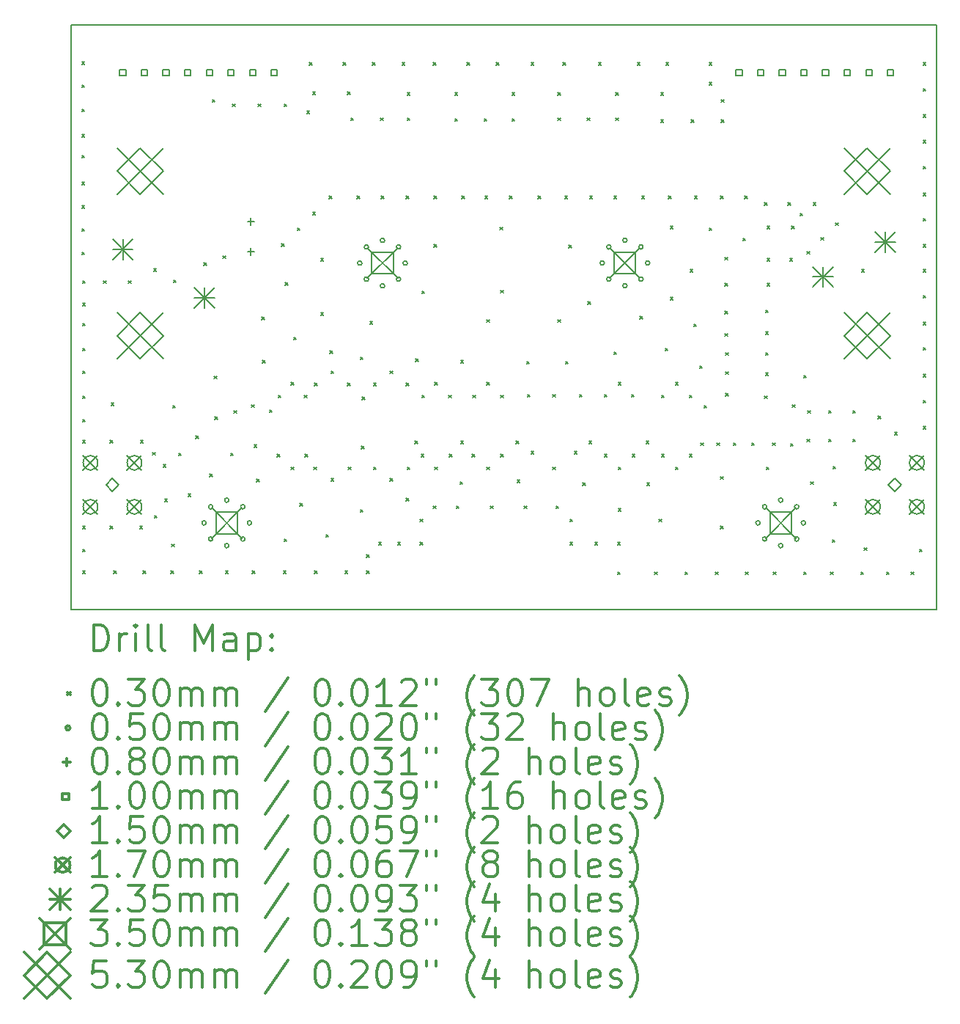
<source format=gbr>
%FSLAX45Y45*%
G04 Gerber Fmt 4.5, Leading zero omitted, Abs format (unit mm)*
G04 Created by KiCad (PCBNEW 4.0.7) date 12/03/17 22:14:17*
%MOMM*%
%LPD*%
G01*
G04 APERTURE LIST*
%ADD10C,0.127000*%
%ADD11C,0.200000*%
%ADD12C,0.300000*%
G04 APERTURE END LIST*
D10*
D11*
X20000000Y-6250000D02*
X20000000Y-13000000D01*
X10000000Y-13000000D02*
X20000000Y-13000000D01*
X10000000Y-6250000D02*
X20000000Y-6250000D01*
X10000000Y-6250000D02*
X10000000Y-13000000D01*
D11*
X10125000Y-6675000D02*
X10155000Y-6705000D01*
X10155000Y-6675000D02*
X10125000Y-6705000D01*
X10125000Y-6945000D02*
X10155000Y-6975000D01*
X10155000Y-6945000D02*
X10125000Y-6975000D01*
X10125000Y-7225000D02*
X10155000Y-7255000D01*
X10155000Y-7225000D02*
X10125000Y-7255000D01*
X10125000Y-7515000D02*
X10155000Y-7545000D01*
X10155000Y-7515000D02*
X10125000Y-7545000D01*
X10125000Y-7755000D02*
X10155000Y-7785000D01*
X10155000Y-7755000D02*
X10125000Y-7785000D01*
X10125000Y-8065000D02*
X10155000Y-8095000D01*
X10155000Y-8065000D02*
X10125000Y-8095000D01*
X10125000Y-8335000D02*
X10155000Y-8365000D01*
X10155000Y-8335000D02*
X10125000Y-8365000D01*
X10125000Y-8605000D02*
X10155000Y-8635000D01*
X10155000Y-8605000D02*
X10125000Y-8635000D01*
X10125000Y-8875000D02*
X10155000Y-8905000D01*
X10155000Y-8875000D02*
X10125000Y-8905000D01*
X10135000Y-9205000D02*
X10165000Y-9235000D01*
X10165000Y-9205000D02*
X10135000Y-9235000D01*
X10135000Y-9465000D02*
X10165000Y-9495000D01*
X10165000Y-9465000D02*
X10135000Y-9495000D01*
X10135000Y-9695000D02*
X10165000Y-9725000D01*
X10165000Y-9695000D02*
X10135000Y-9725000D01*
X10135000Y-9985000D02*
X10165000Y-10015000D01*
X10165000Y-9985000D02*
X10135000Y-10015000D01*
X10135000Y-10245000D02*
X10165000Y-10275000D01*
X10165000Y-10245000D02*
X10135000Y-10275000D01*
X10135000Y-10535000D02*
X10165000Y-10565000D01*
X10165000Y-10535000D02*
X10135000Y-10565000D01*
X10135000Y-10805000D02*
X10165000Y-10835000D01*
X10165000Y-10805000D02*
X10135000Y-10835000D01*
X10135000Y-11045000D02*
X10165000Y-11075000D01*
X10165000Y-11045000D02*
X10135000Y-11075000D01*
X10135000Y-12035000D02*
X10165000Y-12065000D01*
X10165000Y-12035000D02*
X10135000Y-12065000D01*
X10135000Y-12305000D02*
X10165000Y-12335000D01*
X10165000Y-12305000D02*
X10135000Y-12335000D01*
X10135000Y-12555000D02*
X10165000Y-12585000D01*
X10165000Y-12555000D02*
X10135000Y-12585000D01*
X10375000Y-9205000D02*
X10405000Y-9235000D01*
X10405000Y-9205000D02*
X10375000Y-9235000D01*
X10455000Y-11045000D02*
X10485000Y-11075000D01*
X10485000Y-11045000D02*
X10455000Y-11075000D01*
X10455000Y-12035000D02*
X10485000Y-12065000D01*
X10485000Y-12035000D02*
X10455000Y-12065000D01*
X10465000Y-10615000D02*
X10495000Y-10645000D01*
X10495000Y-10615000D02*
X10465000Y-10645000D01*
X10495000Y-12555000D02*
X10525000Y-12585000D01*
X10525000Y-12555000D02*
X10495000Y-12585000D01*
X10665000Y-9205000D02*
X10695000Y-9235000D01*
X10695000Y-9205000D02*
X10665000Y-9235000D01*
X10795000Y-12035000D02*
X10825000Y-12065000D01*
X10825000Y-12035000D02*
X10795000Y-12065000D01*
X10805000Y-11045000D02*
X10835000Y-11075000D01*
X10835000Y-11045000D02*
X10805000Y-11075000D01*
X10835000Y-12555000D02*
X10865000Y-12585000D01*
X10865000Y-12555000D02*
X10835000Y-12585000D01*
X10945000Y-11185000D02*
X10975000Y-11215000D01*
X10975000Y-11185000D02*
X10945000Y-11215000D01*
X10955000Y-9065000D02*
X10985000Y-9095000D01*
X10985000Y-9065000D02*
X10955000Y-9095000D01*
X10965000Y-11915000D02*
X10995000Y-11945000D01*
X10995000Y-11915000D02*
X10965000Y-11945000D01*
X11065000Y-11325000D02*
X11095000Y-11355000D01*
X11095000Y-11325000D02*
X11065000Y-11355000D01*
X11085000Y-11725000D02*
X11115000Y-11755000D01*
X11115000Y-11725000D02*
X11085000Y-11755000D01*
X11155000Y-12555000D02*
X11185000Y-12585000D01*
X11185000Y-12555000D02*
X11155000Y-12585000D01*
X11165000Y-12245000D02*
X11195000Y-12275000D01*
X11195000Y-12245000D02*
X11165000Y-12275000D01*
X11175000Y-10645000D02*
X11205000Y-10675000D01*
X11205000Y-10645000D02*
X11175000Y-10675000D01*
X11185000Y-9195000D02*
X11215000Y-9225000D01*
X11215000Y-9195000D02*
X11185000Y-9225000D01*
X11245000Y-11195000D02*
X11275000Y-11225000D01*
X11275000Y-11195000D02*
X11245000Y-11225000D01*
X11355000Y-11665000D02*
X11385000Y-11695000D01*
X11385000Y-11665000D02*
X11355000Y-11695000D01*
X11445000Y-10995000D02*
X11475000Y-11025000D01*
X11475000Y-10995000D02*
X11445000Y-11025000D01*
X11485000Y-12555000D02*
X11515000Y-12585000D01*
X11515000Y-12555000D02*
X11485000Y-12585000D01*
X11535000Y-8995000D02*
X11565000Y-9025000D01*
X11565000Y-8995000D02*
X11535000Y-9025000D01*
X11605000Y-11435000D02*
X11635000Y-11465000D01*
X11635000Y-11435000D02*
X11605000Y-11465000D01*
X11635000Y-7115000D02*
X11665000Y-7145000D01*
X11665000Y-7115000D02*
X11635000Y-7145000D01*
X11655000Y-10305000D02*
X11685000Y-10335000D01*
X11685000Y-10305000D02*
X11655000Y-10335000D01*
X11665000Y-10775000D02*
X11695000Y-10805000D01*
X11695000Y-10775000D02*
X11665000Y-10805000D01*
X11755000Y-8915000D02*
X11785000Y-8945000D01*
X11785000Y-8915000D02*
X11755000Y-8945000D01*
X11785000Y-12555000D02*
X11815000Y-12585000D01*
X11815000Y-12555000D02*
X11785000Y-12585000D01*
X11845000Y-11195000D02*
X11875000Y-11225000D01*
X11875000Y-11195000D02*
X11845000Y-11225000D01*
X11865000Y-7165000D02*
X11895000Y-7195000D01*
X11895000Y-7165000D02*
X11865000Y-7195000D01*
X11885000Y-10705000D02*
X11915000Y-10735000D01*
X11915000Y-10705000D02*
X11885000Y-10735000D01*
X12085000Y-10635000D02*
X12115000Y-10665000D01*
X12115000Y-10635000D02*
X12085000Y-10665000D01*
X12095000Y-12555000D02*
X12125000Y-12585000D01*
X12125000Y-12555000D02*
X12095000Y-12585000D01*
X12115000Y-11095000D02*
X12145000Y-11125000D01*
X12145000Y-11095000D02*
X12115000Y-11125000D01*
X12145000Y-11495000D02*
X12175000Y-11525000D01*
X12175000Y-11495000D02*
X12145000Y-11525000D01*
X12165000Y-7165000D02*
X12195000Y-7195000D01*
X12195000Y-7165000D02*
X12165000Y-7195000D01*
X12205000Y-9625000D02*
X12235000Y-9655000D01*
X12235000Y-9625000D02*
X12205000Y-9655000D01*
X12215000Y-10125000D02*
X12245000Y-10155000D01*
X12245000Y-10125000D02*
X12215000Y-10155000D01*
X12295000Y-10695000D02*
X12325000Y-10725000D01*
X12325000Y-10695000D02*
X12295000Y-10725000D01*
X12385000Y-11205000D02*
X12415000Y-11235000D01*
X12415000Y-11205000D02*
X12385000Y-11235000D01*
X12395000Y-10525000D02*
X12425000Y-10555000D01*
X12425000Y-10525000D02*
X12395000Y-10555000D01*
X12435000Y-8775000D02*
X12465000Y-8805000D01*
X12465000Y-8775000D02*
X12435000Y-8805000D01*
X12455000Y-12555000D02*
X12485000Y-12585000D01*
X12485000Y-12555000D02*
X12455000Y-12585000D01*
X12465000Y-7165000D02*
X12495000Y-7195000D01*
X12495000Y-7165000D02*
X12465000Y-7195000D01*
X12465000Y-12185000D02*
X12495000Y-12215000D01*
X12495000Y-12185000D02*
X12465000Y-12215000D01*
X12475000Y-9225000D02*
X12505000Y-9255000D01*
X12505000Y-9225000D02*
X12475000Y-9255000D01*
X12545000Y-10375000D02*
X12575000Y-10405000D01*
X12575000Y-10375000D02*
X12545000Y-10405000D01*
X12545000Y-11355000D02*
X12575000Y-11385000D01*
X12575000Y-11355000D02*
X12545000Y-11385000D01*
X12575000Y-9855000D02*
X12605000Y-9885000D01*
X12605000Y-9855000D02*
X12575000Y-9885000D01*
X12615000Y-8595000D02*
X12645000Y-8625000D01*
X12645000Y-8595000D02*
X12615000Y-8625000D01*
X12645000Y-11775000D02*
X12675000Y-11805000D01*
X12675000Y-11775000D02*
X12645000Y-11805000D01*
X12695000Y-10525000D02*
X12725000Y-10555000D01*
X12725000Y-10525000D02*
X12695000Y-10555000D01*
X12705000Y-11205000D02*
X12735000Y-11235000D01*
X12735000Y-11205000D02*
X12705000Y-11235000D01*
X12725000Y-7245000D02*
X12755000Y-7275000D01*
X12755000Y-7245000D02*
X12725000Y-7275000D01*
X12755000Y-6685000D02*
X12785000Y-6715000D01*
X12785000Y-6685000D02*
X12755000Y-6715000D01*
X12795000Y-7025000D02*
X12825000Y-7055000D01*
X12825000Y-7025000D02*
X12795000Y-7055000D01*
X12795000Y-8415000D02*
X12825000Y-8445000D01*
X12825000Y-8415000D02*
X12795000Y-8445000D01*
X12805000Y-11355000D02*
X12835000Y-11385000D01*
X12835000Y-11355000D02*
X12805000Y-11385000D01*
X12815000Y-10385000D02*
X12845000Y-10415000D01*
X12845000Y-10385000D02*
X12815000Y-10415000D01*
X12815000Y-12555000D02*
X12845000Y-12585000D01*
X12845000Y-12555000D02*
X12815000Y-12585000D01*
X12885000Y-8945000D02*
X12915000Y-8975000D01*
X12915000Y-8945000D02*
X12885000Y-8975000D01*
X12885000Y-9575000D02*
X12915000Y-9605000D01*
X12915000Y-9575000D02*
X12885000Y-9605000D01*
X12945000Y-12135000D02*
X12975000Y-12165000D01*
X12975000Y-12135000D02*
X12945000Y-12165000D01*
X12985000Y-8225000D02*
X13015000Y-8255000D01*
X13015000Y-8225000D02*
X12985000Y-8255000D01*
X12995000Y-10015000D02*
X13025000Y-10045000D01*
X13025000Y-10015000D02*
X12995000Y-10045000D01*
X13005000Y-10245000D02*
X13035000Y-10275000D01*
X13035000Y-10245000D02*
X13005000Y-10275000D01*
X13005000Y-11485000D02*
X13035000Y-11515000D01*
X13035000Y-11485000D02*
X13005000Y-11515000D01*
X13145000Y-6685000D02*
X13175000Y-6715000D01*
X13175000Y-6685000D02*
X13145000Y-6715000D01*
X13165000Y-12555000D02*
X13195000Y-12585000D01*
X13195000Y-12555000D02*
X13165000Y-12585000D01*
X13195000Y-7025000D02*
X13225000Y-7055000D01*
X13225000Y-7025000D02*
X13195000Y-7055000D01*
X13195000Y-10385000D02*
X13225000Y-10415000D01*
X13225000Y-10385000D02*
X13195000Y-10415000D01*
X13205000Y-11355000D02*
X13235000Y-11385000D01*
X13235000Y-11355000D02*
X13205000Y-11385000D01*
X13235000Y-7325000D02*
X13265000Y-7355000D01*
X13265000Y-7325000D02*
X13235000Y-7355000D01*
X13305000Y-8225000D02*
X13335000Y-8255000D01*
X13335000Y-8225000D02*
X13305000Y-8255000D01*
X13345000Y-10085000D02*
X13375000Y-10115000D01*
X13375000Y-10085000D02*
X13345000Y-10115000D01*
X13345000Y-11845000D02*
X13375000Y-11875000D01*
X13375000Y-11845000D02*
X13345000Y-11875000D01*
X13355000Y-11115000D02*
X13385000Y-11145000D01*
X13385000Y-11115000D02*
X13355000Y-11145000D01*
X13365000Y-10545000D02*
X13395000Y-10575000D01*
X13395000Y-10545000D02*
X13365000Y-10575000D01*
X13415000Y-12365000D02*
X13445000Y-12395000D01*
X13445000Y-12365000D02*
X13415000Y-12395000D01*
X13415000Y-12555000D02*
X13445000Y-12585000D01*
X13445000Y-12555000D02*
X13415000Y-12585000D01*
X13455000Y-9675000D02*
X13485000Y-9705000D01*
X13485000Y-9675000D02*
X13455000Y-9705000D01*
X13485000Y-6685000D02*
X13515000Y-6715000D01*
X13515000Y-6685000D02*
X13485000Y-6715000D01*
X13495000Y-10385000D02*
X13525000Y-10415000D01*
X13525000Y-10385000D02*
X13495000Y-10415000D01*
X13495000Y-11355000D02*
X13525000Y-11385000D01*
X13525000Y-11355000D02*
X13495000Y-11385000D01*
X13555000Y-12225000D02*
X13585000Y-12255000D01*
X13585000Y-12225000D02*
X13555000Y-12255000D01*
X13575000Y-7325000D02*
X13605000Y-7355000D01*
X13605000Y-7325000D02*
X13575000Y-7355000D01*
X13585000Y-8225000D02*
X13615000Y-8255000D01*
X13615000Y-8225000D02*
X13585000Y-8255000D01*
X13685000Y-10245000D02*
X13715000Y-10275000D01*
X13715000Y-10245000D02*
X13685000Y-10275000D01*
X13685000Y-11485000D02*
X13715000Y-11515000D01*
X13715000Y-11485000D02*
X13685000Y-11515000D01*
X13775000Y-12225000D02*
X13805000Y-12255000D01*
X13805000Y-12225000D02*
X13775000Y-12255000D01*
X13825000Y-6685000D02*
X13855000Y-6715000D01*
X13855000Y-6685000D02*
X13825000Y-6715000D01*
X13875000Y-8225000D02*
X13905000Y-8255000D01*
X13905000Y-8225000D02*
X13875000Y-8255000D01*
X13875000Y-10385000D02*
X13905000Y-10415000D01*
X13905000Y-10385000D02*
X13875000Y-10415000D01*
X13875000Y-11715000D02*
X13905000Y-11745000D01*
X13905000Y-11715000D02*
X13875000Y-11745000D01*
X13885000Y-7035000D02*
X13915000Y-7065000D01*
X13915000Y-7035000D02*
X13885000Y-7065000D01*
X13885000Y-7325000D02*
X13915000Y-7355000D01*
X13915000Y-7325000D02*
X13885000Y-7355000D01*
X13885000Y-11355000D02*
X13915000Y-11385000D01*
X13915000Y-11355000D02*
X13885000Y-11385000D01*
X13975000Y-11055000D02*
X14005000Y-11085000D01*
X14005000Y-11055000D02*
X13975000Y-11085000D01*
X13985000Y-10105000D02*
X14015000Y-10135000D01*
X14015000Y-10105000D02*
X13985000Y-10135000D01*
X14035000Y-11955000D02*
X14065000Y-11985000D01*
X14065000Y-11955000D02*
X14035000Y-11985000D01*
X14035000Y-12225000D02*
X14065000Y-12255000D01*
X14065000Y-12225000D02*
X14035000Y-12255000D01*
X14045000Y-11205000D02*
X14075000Y-11235000D01*
X14075000Y-11205000D02*
X14045000Y-11235000D01*
X14055000Y-9325000D02*
X14085000Y-9355000D01*
X14085000Y-9325000D02*
X14055000Y-9355000D01*
X14055000Y-10525000D02*
X14085000Y-10555000D01*
X14085000Y-10525000D02*
X14055000Y-10555000D01*
X14185000Y-6685000D02*
X14215000Y-6715000D01*
X14215000Y-6685000D02*
X14185000Y-6715000D01*
X14185000Y-11805000D02*
X14215000Y-11835000D01*
X14215000Y-11805000D02*
X14185000Y-11835000D01*
X14195000Y-8225000D02*
X14225000Y-8255000D01*
X14225000Y-8225000D02*
X14195000Y-8255000D01*
X14195000Y-8785000D02*
X14225000Y-8815000D01*
X14225000Y-8785000D02*
X14195000Y-8815000D01*
X14205000Y-10375000D02*
X14235000Y-10405000D01*
X14235000Y-10375000D02*
X14205000Y-10405000D01*
X14205000Y-11355000D02*
X14235000Y-11385000D01*
X14235000Y-11355000D02*
X14205000Y-11385000D01*
X14365000Y-10525000D02*
X14395000Y-10555000D01*
X14395000Y-10525000D02*
X14365000Y-10555000D01*
X14375000Y-11205000D02*
X14405000Y-11235000D01*
X14405000Y-11205000D02*
X14375000Y-11235000D01*
X14435000Y-7035000D02*
X14465000Y-7065000D01*
X14465000Y-7035000D02*
X14435000Y-7065000D01*
X14435000Y-7335000D02*
X14465000Y-7365000D01*
X14465000Y-7335000D02*
X14435000Y-7365000D01*
X14455000Y-11805000D02*
X14485000Y-11835000D01*
X14485000Y-11805000D02*
X14455000Y-11835000D01*
X14495000Y-11525000D02*
X14525000Y-11555000D01*
X14525000Y-11525000D02*
X14495000Y-11555000D01*
X14505000Y-10125000D02*
X14535000Y-10155000D01*
X14535000Y-10125000D02*
X14505000Y-10155000D01*
X14505000Y-11055000D02*
X14535000Y-11085000D01*
X14535000Y-11055000D02*
X14505000Y-11085000D01*
X14515000Y-8225000D02*
X14545000Y-8255000D01*
X14545000Y-8225000D02*
X14515000Y-8255000D01*
X14575000Y-6685000D02*
X14605000Y-6715000D01*
X14605000Y-6685000D02*
X14575000Y-6715000D01*
X14635000Y-11205000D02*
X14665000Y-11235000D01*
X14665000Y-11205000D02*
X14635000Y-11235000D01*
X14645000Y-10525000D02*
X14675000Y-10555000D01*
X14675000Y-10525000D02*
X14645000Y-10555000D01*
X14775000Y-7335000D02*
X14805000Y-7365000D01*
X14805000Y-7335000D02*
X14775000Y-7365000D01*
X14785000Y-8225000D02*
X14815000Y-8255000D01*
X14815000Y-8225000D02*
X14785000Y-8255000D01*
X14805000Y-9655000D02*
X14835000Y-9685000D01*
X14835000Y-9655000D02*
X14805000Y-9685000D01*
X14805000Y-10375000D02*
X14835000Y-10405000D01*
X14835000Y-10375000D02*
X14805000Y-10405000D01*
X14805000Y-11355000D02*
X14835000Y-11385000D01*
X14835000Y-11355000D02*
X14805000Y-11385000D01*
X14845000Y-11805000D02*
X14875000Y-11835000D01*
X14875000Y-11805000D02*
X14845000Y-11835000D01*
X14915000Y-6685000D02*
X14945000Y-6715000D01*
X14945000Y-6685000D02*
X14915000Y-6715000D01*
X14955000Y-8585000D02*
X14985000Y-8615000D01*
X14985000Y-8585000D02*
X14955000Y-8615000D01*
X14965000Y-9315000D02*
X14995000Y-9345000D01*
X14995000Y-9315000D02*
X14965000Y-9345000D01*
X14965000Y-10525000D02*
X14995000Y-10555000D01*
X14995000Y-10525000D02*
X14965000Y-10555000D01*
X14965000Y-11205000D02*
X14995000Y-11235000D01*
X14995000Y-11205000D02*
X14965000Y-11235000D01*
X15065000Y-8225000D02*
X15095000Y-8255000D01*
X15095000Y-8225000D02*
X15065000Y-8255000D01*
X15095000Y-7035000D02*
X15125000Y-7065000D01*
X15125000Y-7035000D02*
X15095000Y-7065000D01*
X15095000Y-7335000D02*
X15125000Y-7365000D01*
X15125000Y-7335000D02*
X15095000Y-7365000D01*
X15145000Y-11055000D02*
X15175000Y-11085000D01*
X15175000Y-11055000D02*
X15145000Y-11085000D01*
X15155000Y-11505000D02*
X15185000Y-11535000D01*
X15185000Y-11505000D02*
X15155000Y-11535000D01*
X15235000Y-11805000D02*
X15265000Y-11835000D01*
X15265000Y-11805000D02*
X15235000Y-11835000D01*
X15265000Y-10135000D02*
X15295000Y-10165000D01*
X15295000Y-10135000D02*
X15265000Y-10165000D01*
X15275000Y-10515000D02*
X15305000Y-10545000D01*
X15305000Y-10515000D02*
X15275000Y-10545000D01*
X15315000Y-6685000D02*
X15345000Y-6715000D01*
X15345000Y-6685000D02*
X15315000Y-6715000D01*
X15315000Y-11175000D02*
X15345000Y-11205000D01*
X15345000Y-11175000D02*
X15315000Y-11205000D01*
X15395000Y-8225000D02*
X15425000Y-8255000D01*
X15425000Y-8225000D02*
X15395000Y-8255000D01*
X15565000Y-10515000D02*
X15595000Y-10545000D01*
X15595000Y-10515000D02*
X15565000Y-10545000D01*
X15565000Y-11355000D02*
X15595000Y-11385000D01*
X15595000Y-11355000D02*
X15565000Y-11385000D01*
X15605000Y-11805000D02*
X15635000Y-11835000D01*
X15635000Y-11805000D02*
X15605000Y-11835000D01*
X15625000Y-7035000D02*
X15655000Y-7065000D01*
X15655000Y-7035000D02*
X15625000Y-7065000D01*
X15625000Y-7325000D02*
X15655000Y-7355000D01*
X15655000Y-7325000D02*
X15625000Y-7355000D01*
X15625000Y-9655000D02*
X15655000Y-9685000D01*
X15655000Y-9655000D02*
X15625000Y-9685000D01*
X15685000Y-6685000D02*
X15715000Y-6715000D01*
X15715000Y-6685000D02*
X15685000Y-6715000D01*
X15705000Y-8225000D02*
X15735000Y-8255000D01*
X15735000Y-8225000D02*
X15705000Y-8255000D01*
X15715000Y-10135000D02*
X15745000Y-10165000D01*
X15745000Y-10135000D02*
X15715000Y-10165000D01*
X15755000Y-8795000D02*
X15785000Y-8825000D01*
X15785000Y-8795000D02*
X15755000Y-8825000D01*
X15765000Y-11955000D02*
X15795000Y-11985000D01*
X15795000Y-11955000D02*
X15765000Y-11985000D01*
X15765000Y-12225000D02*
X15795000Y-12255000D01*
X15795000Y-12225000D02*
X15765000Y-12255000D01*
X15815000Y-11175000D02*
X15845000Y-11205000D01*
X15845000Y-11175000D02*
X15815000Y-11205000D01*
X15875000Y-10515000D02*
X15905000Y-10545000D01*
X15905000Y-10515000D02*
X15875000Y-10545000D01*
X15915000Y-11535000D02*
X15945000Y-11565000D01*
X15945000Y-11535000D02*
X15915000Y-11565000D01*
X15965000Y-7325000D02*
X15995000Y-7355000D01*
X15995000Y-7325000D02*
X15965000Y-7355000D01*
X15975000Y-9445000D02*
X16005000Y-9475000D01*
X16005000Y-9445000D02*
X15975000Y-9475000D01*
X15985000Y-11055000D02*
X16015000Y-11085000D01*
X16015000Y-11055000D02*
X15985000Y-11085000D01*
X15995000Y-8225000D02*
X16025000Y-8255000D01*
X16025000Y-8225000D02*
X15995000Y-8255000D01*
X16055000Y-12225000D02*
X16085000Y-12255000D01*
X16085000Y-12225000D02*
X16055000Y-12255000D01*
X16095000Y-6685000D02*
X16125000Y-6715000D01*
X16125000Y-6685000D02*
X16095000Y-6715000D01*
X16165000Y-10515000D02*
X16195000Y-10545000D01*
X16195000Y-10515000D02*
X16165000Y-10545000D01*
X16165000Y-11205000D02*
X16195000Y-11235000D01*
X16195000Y-11205000D02*
X16165000Y-11235000D01*
X16275000Y-8225000D02*
X16305000Y-8255000D01*
X16305000Y-8225000D02*
X16275000Y-8255000D01*
X16275000Y-10025000D02*
X16305000Y-10055000D01*
X16305000Y-10025000D02*
X16275000Y-10055000D01*
X16295000Y-7035000D02*
X16325000Y-7065000D01*
X16325000Y-7035000D02*
X16295000Y-7065000D01*
X16295000Y-7325000D02*
X16325000Y-7355000D01*
X16325000Y-7325000D02*
X16295000Y-7355000D01*
X16315000Y-12225000D02*
X16345000Y-12255000D01*
X16345000Y-12225000D02*
X16315000Y-12255000D01*
X16315000Y-12565000D02*
X16345000Y-12595000D01*
X16345000Y-12565000D02*
X16315000Y-12595000D01*
X16325000Y-10375000D02*
X16355000Y-10405000D01*
X16355000Y-10375000D02*
X16325000Y-10405000D01*
X16325000Y-11355000D02*
X16355000Y-11385000D01*
X16355000Y-11355000D02*
X16325000Y-11385000D01*
X16325000Y-11835000D02*
X16355000Y-11865000D01*
X16355000Y-11835000D02*
X16325000Y-11865000D01*
X16475000Y-10515000D02*
X16505000Y-10545000D01*
X16505000Y-10515000D02*
X16475000Y-10545000D01*
X16485000Y-11205000D02*
X16515000Y-11235000D01*
X16515000Y-11205000D02*
X16485000Y-11235000D01*
X16545000Y-6685000D02*
X16575000Y-6715000D01*
X16575000Y-6685000D02*
X16545000Y-6715000D01*
X16575000Y-9615000D02*
X16605000Y-9645000D01*
X16605000Y-9615000D02*
X16575000Y-9645000D01*
X16595000Y-8225000D02*
X16625000Y-8255000D01*
X16625000Y-8225000D02*
X16595000Y-8255000D01*
X16645000Y-11055000D02*
X16675000Y-11085000D01*
X16675000Y-11055000D02*
X16645000Y-11085000D01*
X16655000Y-11535000D02*
X16685000Y-11565000D01*
X16685000Y-11535000D02*
X16655000Y-11565000D01*
X16745000Y-12565000D02*
X16775000Y-12595000D01*
X16775000Y-12565000D02*
X16745000Y-12595000D01*
X16795000Y-11955000D02*
X16825000Y-11985000D01*
X16825000Y-11955000D02*
X16795000Y-11985000D01*
X16815000Y-7035000D02*
X16845000Y-7065000D01*
X16845000Y-7035000D02*
X16815000Y-7065000D01*
X16815000Y-7345000D02*
X16845000Y-7375000D01*
X16845000Y-7345000D02*
X16815000Y-7375000D01*
X16825000Y-10525000D02*
X16855000Y-10555000D01*
X16855000Y-10525000D02*
X16825000Y-10555000D01*
X16825000Y-11205000D02*
X16855000Y-11235000D01*
X16855000Y-11205000D02*
X16825000Y-11235000D01*
X16865000Y-9985000D02*
X16895000Y-10015000D01*
X16895000Y-9985000D02*
X16865000Y-10015000D01*
X16875000Y-6685000D02*
X16905000Y-6715000D01*
X16905000Y-6685000D02*
X16875000Y-6715000D01*
X16905000Y-8225000D02*
X16935000Y-8255000D01*
X16935000Y-8225000D02*
X16905000Y-8255000D01*
X16925000Y-8575000D02*
X16955000Y-8605000D01*
X16955000Y-8575000D02*
X16925000Y-8605000D01*
X16925000Y-9395000D02*
X16955000Y-9425000D01*
X16955000Y-9395000D02*
X16925000Y-9425000D01*
X16985000Y-10375000D02*
X17015000Y-10405000D01*
X17015000Y-10375000D02*
X16985000Y-10405000D01*
X16985000Y-11355000D02*
X17015000Y-11385000D01*
X17015000Y-11355000D02*
X16985000Y-11385000D01*
X17095000Y-12565000D02*
X17125000Y-12595000D01*
X17125000Y-12565000D02*
X17095000Y-12595000D01*
X17145000Y-10525000D02*
X17175000Y-10555000D01*
X17175000Y-10525000D02*
X17145000Y-10555000D01*
X17145000Y-11205000D02*
X17175000Y-11235000D01*
X17175000Y-11205000D02*
X17145000Y-11235000D01*
X17155000Y-9075000D02*
X17185000Y-9105000D01*
X17185000Y-9075000D02*
X17155000Y-9105000D01*
X17165000Y-7345000D02*
X17195000Y-7375000D01*
X17195000Y-7345000D02*
X17165000Y-7375000D01*
X17195000Y-9705000D02*
X17225000Y-9735000D01*
X17225000Y-9705000D02*
X17195000Y-9735000D01*
X17205000Y-8225000D02*
X17235000Y-8255000D01*
X17235000Y-8225000D02*
X17205000Y-8255000D01*
X17265000Y-10185000D02*
X17295000Y-10215000D01*
X17295000Y-10185000D02*
X17265000Y-10215000D01*
X17275000Y-11075000D02*
X17305000Y-11105000D01*
X17305000Y-11075000D02*
X17275000Y-11105000D01*
X17315000Y-10645000D02*
X17345000Y-10675000D01*
X17345000Y-10645000D02*
X17315000Y-10675000D01*
X17375000Y-6685000D02*
X17405000Y-6715000D01*
X17405000Y-6685000D02*
X17375000Y-6715000D01*
X17375000Y-6915000D02*
X17405000Y-6945000D01*
X17405000Y-6915000D02*
X17375000Y-6945000D01*
X17375000Y-8595000D02*
X17405000Y-8625000D01*
X17405000Y-8595000D02*
X17375000Y-8625000D01*
X17445000Y-12565000D02*
X17475000Y-12595000D01*
X17475000Y-12565000D02*
X17445000Y-12595000D01*
X17465000Y-11075000D02*
X17495000Y-11105000D01*
X17495000Y-11075000D02*
X17465000Y-11105000D01*
X17505000Y-8225000D02*
X17535000Y-8255000D01*
X17535000Y-8225000D02*
X17505000Y-8255000D01*
X17505000Y-11465000D02*
X17535000Y-11495000D01*
X17535000Y-11465000D02*
X17505000Y-11495000D01*
X17505000Y-12035000D02*
X17535000Y-12065000D01*
X17535000Y-12035000D02*
X17505000Y-12065000D01*
X17515000Y-7115000D02*
X17545000Y-7145000D01*
X17545000Y-7115000D02*
X17515000Y-7145000D01*
X17515000Y-7345000D02*
X17545000Y-7375000D01*
X17545000Y-7345000D02*
X17515000Y-7375000D01*
X17555000Y-8935000D02*
X17585000Y-8965000D01*
X17585000Y-8935000D02*
X17555000Y-8965000D01*
X17555000Y-9235000D02*
X17585000Y-9265000D01*
X17585000Y-9235000D02*
X17555000Y-9265000D01*
X17555000Y-9555000D02*
X17585000Y-9585000D01*
X17585000Y-9555000D02*
X17555000Y-9585000D01*
X17555000Y-9815000D02*
X17585000Y-9845000D01*
X17585000Y-9815000D02*
X17555000Y-9845000D01*
X17565000Y-10035000D02*
X17595000Y-10065000D01*
X17595000Y-10035000D02*
X17565000Y-10065000D01*
X17565000Y-10255000D02*
X17595000Y-10285000D01*
X17595000Y-10255000D02*
X17565000Y-10285000D01*
X17565000Y-10505000D02*
X17595000Y-10535000D01*
X17595000Y-10505000D02*
X17565000Y-10535000D01*
X17655000Y-11075000D02*
X17685000Y-11105000D01*
X17685000Y-11075000D02*
X17655000Y-11105000D01*
X17765000Y-8715000D02*
X17795000Y-8745000D01*
X17795000Y-8715000D02*
X17765000Y-8745000D01*
X17785000Y-8225000D02*
X17815000Y-8255000D01*
X17815000Y-8225000D02*
X17785000Y-8255000D01*
X17795000Y-12565000D02*
X17825000Y-12595000D01*
X17825000Y-12565000D02*
X17795000Y-12595000D01*
X17865000Y-11075000D02*
X17895000Y-11105000D01*
X17895000Y-11075000D02*
X17865000Y-11105000D01*
X18015000Y-8305000D02*
X18045000Y-8335000D01*
X18045000Y-8305000D02*
X18015000Y-8335000D01*
X18015000Y-10535000D02*
X18045000Y-10565000D01*
X18045000Y-10535000D02*
X18015000Y-10565000D01*
X18025000Y-9545000D02*
X18055000Y-9575000D01*
X18055000Y-9545000D02*
X18025000Y-9575000D01*
X18025000Y-9795000D02*
X18055000Y-9825000D01*
X18055000Y-9795000D02*
X18025000Y-9825000D01*
X18025000Y-10035000D02*
X18055000Y-10065000D01*
X18055000Y-10035000D02*
X18025000Y-10065000D01*
X18025000Y-10265000D02*
X18055000Y-10295000D01*
X18055000Y-10265000D02*
X18025000Y-10295000D01*
X18035000Y-11355000D02*
X18065000Y-11385000D01*
X18065000Y-11355000D02*
X18035000Y-11385000D01*
X18045000Y-8575000D02*
X18075000Y-8605000D01*
X18075000Y-8575000D02*
X18045000Y-8605000D01*
X18045000Y-8945000D02*
X18075000Y-8975000D01*
X18075000Y-8945000D02*
X18045000Y-8975000D01*
X18045000Y-9235000D02*
X18075000Y-9265000D01*
X18075000Y-9235000D02*
X18045000Y-9265000D01*
X18105000Y-11075000D02*
X18135000Y-11105000D01*
X18135000Y-11075000D02*
X18105000Y-11105000D01*
X18115000Y-12565000D02*
X18145000Y-12595000D01*
X18145000Y-12565000D02*
X18115000Y-12595000D01*
X18285000Y-8305000D02*
X18315000Y-8335000D01*
X18315000Y-8305000D02*
X18285000Y-8335000D01*
X18305000Y-8945000D02*
X18335000Y-8975000D01*
X18335000Y-8945000D02*
X18305000Y-8975000D01*
X18315000Y-11085000D02*
X18345000Y-11115000D01*
X18345000Y-11085000D02*
X18315000Y-11115000D01*
X18325000Y-8575000D02*
X18355000Y-8605000D01*
X18355000Y-8575000D02*
X18325000Y-8605000D01*
X18335000Y-10635000D02*
X18365000Y-10665000D01*
X18365000Y-10635000D02*
X18335000Y-10665000D01*
X18425000Y-8425000D02*
X18455000Y-8455000D01*
X18455000Y-8425000D02*
X18425000Y-8455000D01*
X18465000Y-10295000D02*
X18495000Y-10325000D01*
X18495000Y-10295000D02*
X18465000Y-10325000D01*
X18465000Y-12565000D02*
X18495000Y-12595000D01*
X18495000Y-12565000D02*
X18465000Y-12595000D01*
X18505000Y-8865000D02*
X18535000Y-8895000D01*
X18535000Y-8865000D02*
X18505000Y-8895000D01*
X18505000Y-11035000D02*
X18535000Y-11065000D01*
X18535000Y-11035000D02*
X18505000Y-11065000D01*
X18515000Y-10705000D02*
X18545000Y-10735000D01*
X18545000Y-10705000D02*
X18515000Y-10735000D01*
X18545000Y-11525000D02*
X18575000Y-11555000D01*
X18575000Y-11525000D02*
X18545000Y-11555000D01*
X18575000Y-8305000D02*
X18605000Y-8335000D01*
X18605000Y-8305000D02*
X18575000Y-8335000D01*
X18665000Y-8705000D02*
X18695000Y-8735000D01*
X18695000Y-8705000D02*
X18665000Y-8735000D01*
X18755000Y-10705000D02*
X18785000Y-10735000D01*
X18785000Y-10705000D02*
X18755000Y-10735000D01*
X18755000Y-11035000D02*
X18785000Y-11065000D01*
X18785000Y-11035000D02*
X18755000Y-11065000D01*
X18775000Y-12565000D02*
X18805000Y-12595000D01*
X18805000Y-12565000D02*
X18775000Y-12595000D01*
X18795000Y-12195000D02*
X18825000Y-12225000D01*
X18825000Y-12195000D02*
X18795000Y-12225000D01*
X18805000Y-11345000D02*
X18835000Y-11375000D01*
X18835000Y-11345000D02*
X18805000Y-11375000D01*
X18815000Y-11765000D02*
X18845000Y-11795000D01*
X18845000Y-11765000D02*
X18815000Y-11795000D01*
X18835000Y-8535000D02*
X18865000Y-8565000D01*
X18865000Y-8535000D02*
X18835000Y-8565000D01*
X19035000Y-10705000D02*
X19065000Y-10735000D01*
X19065000Y-10705000D02*
X19035000Y-10735000D01*
X19035000Y-11035000D02*
X19065000Y-11065000D01*
X19065000Y-11035000D02*
X19035000Y-11065000D01*
X19125000Y-12565000D02*
X19155000Y-12595000D01*
X19155000Y-12565000D02*
X19125000Y-12595000D01*
X19135000Y-9075000D02*
X19165000Y-9105000D01*
X19165000Y-9075000D02*
X19135000Y-9105000D01*
X19165000Y-12285000D02*
X19195000Y-12315000D01*
X19195000Y-12285000D02*
X19165000Y-12315000D01*
X19325000Y-10765000D02*
X19355000Y-10795000D01*
X19355000Y-10765000D02*
X19325000Y-10795000D01*
X19425000Y-12565000D02*
X19455000Y-12595000D01*
X19455000Y-12565000D02*
X19425000Y-12595000D01*
X19515000Y-10955000D02*
X19545000Y-10985000D01*
X19545000Y-10955000D02*
X19515000Y-10985000D01*
X19705000Y-12565000D02*
X19735000Y-12595000D01*
X19735000Y-12565000D02*
X19705000Y-12595000D01*
X19805000Y-12305000D02*
X19835000Y-12335000D01*
X19835000Y-12305000D02*
X19805000Y-12335000D01*
X19845000Y-6685000D02*
X19875000Y-6715000D01*
X19875000Y-6685000D02*
X19845000Y-6715000D01*
X19845000Y-6985000D02*
X19875000Y-7015000D01*
X19875000Y-6985000D02*
X19845000Y-7015000D01*
X19845000Y-7285000D02*
X19875000Y-7315000D01*
X19875000Y-7285000D02*
X19845000Y-7315000D01*
X19845000Y-7585000D02*
X19875000Y-7615000D01*
X19875000Y-7585000D02*
X19845000Y-7615000D01*
X19845000Y-7885000D02*
X19875000Y-7915000D01*
X19875000Y-7885000D02*
X19845000Y-7915000D01*
X19845000Y-8195000D02*
X19875000Y-8225000D01*
X19875000Y-8195000D02*
X19845000Y-8225000D01*
X19845000Y-8485000D02*
X19875000Y-8515000D01*
X19875000Y-8485000D02*
X19845000Y-8515000D01*
X19845000Y-8785000D02*
X19875000Y-8815000D01*
X19875000Y-8785000D02*
X19845000Y-8815000D01*
X19845000Y-9075000D02*
X19875000Y-9105000D01*
X19875000Y-9075000D02*
X19845000Y-9105000D01*
X19845000Y-9375000D02*
X19875000Y-9405000D01*
X19875000Y-9375000D02*
X19845000Y-9405000D01*
X19845000Y-9685000D02*
X19875000Y-9715000D01*
X19875000Y-9685000D02*
X19845000Y-9715000D01*
X19845000Y-9975000D02*
X19875000Y-10005000D01*
X19875000Y-9975000D02*
X19845000Y-10005000D01*
X19845000Y-10285000D02*
X19875000Y-10315000D01*
X19875000Y-10285000D02*
X19845000Y-10315000D01*
X19845000Y-10585000D02*
X19875000Y-10615000D01*
X19875000Y-10585000D02*
X19845000Y-10615000D01*
X19845000Y-10885000D02*
X19875000Y-10915000D01*
X19875000Y-10885000D02*
X19845000Y-10915000D01*
X11562500Y-12000000D02*
G75*
G03X11562500Y-12000000I-25000J0D01*
G01*
X11639384Y-11814384D02*
G75*
G03X11639384Y-11814384I-25000J0D01*
G01*
X11639384Y-12185615D02*
G75*
G03X11639384Y-12185615I-25000J0D01*
G01*
X11825000Y-11737500D02*
G75*
G03X11825000Y-11737500I-25000J0D01*
G01*
X11825000Y-12262500D02*
G75*
G03X11825000Y-12262500I-25000J0D01*
G01*
X12010615Y-11814384D02*
G75*
G03X12010615Y-11814384I-25000J0D01*
G01*
X12010615Y-12185615D02*
G75*
G03X12010615Y-12185615I-25000J0D01*
G01*
X12087500Y-12000000D02*
G75*
G03X12087500Y-12000000I-25000J0D01*
G01*
X13362500Y-9000000D02*
G75*
G03X13362500Y-9000000I-25000J0D01*
G01*
X13439384Y-8814385D02*
G75*
G03X13439384Y-8814385I-25000J0D01*
G01*
X13439384Y-9185616D02*
G75*
G03X13439384Y-9185616I-25000J0D01*
G01*
X13625000Y-8737500D02*
G75*
G03X13625000Y-8737500I-25000J0D01*
G01*
X13625000Y-9262500D02*
G75*
G03X13625000Y-9262500I-25000J0D01*
G01*
X13810615Y-8814385D02*
G75*
G03X13810615Y-8814385I-25000J0D01*
G01*
X13810615Y-9185616D02*
G75*
G03X13810615Y-9185616I-25000J0D01*
G01*
X13887500Y-9000000D02*
G75*
G03X13887500Y-9000000I-25000J0D01*
G01*
X16162500Y-9000000D02*
G75*
G03X16162500Y-9000000I-25000J0D01*
G01*
X16239384Y-8814385D02*
G75*
G03X16239384Y-8814385I-25000J0D01*
G01*
X16239384Y-9185616D02*
G75*
G03X16239384Y-9185616I-25000J0D01*
G01*
X16425000Y-8737500D02*
G75*
G03X16425000Y-8737500I-25000J0D01*
G01*
X16425000Y-9262500D02*
G75*
G03X16425000Y-9262500I-25000J0D01*
G01*
X16610615Y-8814385D02*
G75*
G03X16610615Y-8814385I-25000J0D01*
G01*
X16610615Y-9185616D02*
G75*
G03X16610615Y-9185616I-25000J0D01*
G01*
X16687500Y-9000000D02*
G75*
G03X16687500Y-9000000I-25000J0D01*
G01*
X17962500Y-12000000D02*
G75*
G03X17962500Y-12000000I-25000J0D01*
G01*
X18039385Y-11814384D02*
G75*
G03X18039385Y-11814384I-25000J0D01*
G01*
X18039385Y-12185615D02*
G75*
G03X18039385Y-12185615I-25000J0D01*
G01*
X18225000Y-11737500D02*
G75*
G03X18225000Y-11737500I-25000J0D01*
G01*
X18225000Y-12262500D02*
G75*
G03X18225000Y-12262500I-25000J0D01*
G01*
X18410616Y-11814384D02*
G75*
G03X18410616Y-11814384I-25000J0D01*
G01*
X18410616Y-12185615D02*
G75*
G03X18410616Y-12185615I-25000J0D01*
G01*
X18487500Y-12000000D02*
G75*
G03X18487500Y-12000000I-25000J0D01*
G01*
X12080000Y-8480000D02*
X12080000Y-8560000D01*
X12040000Y-8520000D02*
X12120000Y-8520000D01*
X12080000Y-8830000D02*
X12080000Y-8910000D01*
X12040000Y-8870000D02*
X12120000Y-8870000D01*
X10635356Y-6835356D02*
X10635356Y-6764644D01*
X10564644Y-6764644D01*
X10564644Y-6835356D01*
X10635356Y-6835356D01*
X10885356Y-6835356D02*
X10885356Y-6764644D01*
X10814644Y-6764644D01*
X10814644Y-6835356D01*
X10885356Y-6835356D01*
X11135356Y-6835356D02*
X11135356Y-6764644D01*
X11064644Y-6764644D01*
X11064644Y-6835356D01*
X11135356Y-6835356D01*
X11385356Y-6835356D02*
X11385356Y-6764644D01*
X11314644Y-6764644D01*
X11314644Y-6835356D01*
X11385356Y-6835356D01*
X11635356Y-6835356D02*
X11635356Y-6764644D01*
X11564644Y-6764644D01*
X11564644Y-6835356D01*
X11635356Y-6835356D01*
X11885356Y-6835356D02*
X11885356Y-6764644D01*
X11814644Y-6764644D01*
X11814644Y-6835356D01*
X11885356Y-6835356D01*
X12135356Y-6835356D02*
X12135356Y-6764644D01*
X12064644Y-6764644D01*
X12064644Y-6835356D01*
X12135356Y-6835356D01*
X12385356Y-6835356D02*
X12385356Y-6764644D01*
X12314644Y-6764644D01*
X12314644Y-6835356D01*
X12385356Y-6835356D01*
X17755356Y-6835356D02*
X17755356Y-6764644D01*
X17684644Y-6764644D01*
X17684644Y-6835356D01*
X17755356Y-6835356D01*
X18005356Y-6835356D02*
X18005356Y-6764644D01*
X17934644Y-6764644D01*
X17934644Y-6835356D01*
X18005356Y-6835356D01*
X18255356Y-6835356D02*
X18255356Y-6764644D01*
X18184644Y-6764644D01*
X18184644Y-6835356D01*
X18255356Y-6835356D01*
X18505356Y-6835356D02*
X18505356Y-6764644D01*
X18434644Y-6764644D01*
X18434644Y-6835356D01*
X18505356Y-6835356D01*
X18755356Y-6835356D02*
X18755356Y-6764644D01*
X18684644Y-6764644D01*
X18684644Y-6835356D01*
X18755356Y-6835356D01*
X19005356Y-6835356D02*
X19005356Y-6764644D01*
X18934644Y-6764644D01*
X18934644Y-6835356D01*
X19005356Y-6835356D01*
X19255356Y-6835356D02*
X19255356Y-6764644D01*
X19184644Y-6764644D01*
X19184644Y-6835356D01*
X19255356Y-6835356D01*
X19505356Y-6835356D02*
X19505356Y-6764644D01*
X19434644Y-6764644D01*
X19434644Y-6835356D01*
X19505356Y-6835356D01*
X10480000Y-11635000D02*
X10555000Y-11560000D01*
X10480000Y-11485000D01*
X10405000Y-11560000D01*
X10480000Y-11635000D01*
X19520000Y-11635000D02*
X19595000Y-11560000D01*
X19520000Y-11485000D01*
X19445000Y-11560000D01*
X19520000Y-11635000D01*
X10141000Y-11221000D02*
X10311000Y-11391000D01*
X10311000Y-11221000D02*
X10141000Y-11391000D01*
X10311000Y-11306000D02*
G75*
G03X10311000Y-11306000I-85000J0D01*
G01*
X10141000Y-11729000D02*
X10311000Y-11899000D01*
X10311000Y-11729000D02*
X10141000Y-11899000D01*
X10311000Y-11814000D02*
G75*
G03X10311000Y-11814000I-85000J0D01*
G01*
X10649000Y-11221000D02*
X10819000Y-11391000D01*
X10819000Y-11221000D02*
X10649000Y-11391000D01*
X10819000Y-11306000D02*
G75*
G03X10819000Y-11306000I-85000J0D01*
G01*
X10649000Y-11729000D02*
X10819000Y-11899000D01*
X10819000Y-11729000D02*
X10649000Y-11899000D01*
X10819000Y-11814000D02*
G75*
G03X10819000Y-11814000I-85000J0D01*
G01*
X19181000Y-11221000D02*
X19351000Y-11391000D01*
X19351000Y-11221000D02*
X19181000Y-11391000D01*
X19351000Y-11306000D02*
G75*
G03X19351000Y-11306000I-85000J0D01*
G01*
X19181000Y-11729000D02*
X19351000Y-11899000D01*
X19351000Y-11729000D02*
X19181000Y-11899000D01*
X19351000Y-11814000D02*
G75*
G03X19351000Y-11814000I-85000J0D01*
G01*
X19689000Y-11221000D02*
X19859000Y-11391000D01*
X19859000Y-11221000D02*
X19689000Y-11391000D01*
X19859000Y-11306000D02*
G75*
G03X19859000Y-11306000I-85000J0D01*
G01*
X19689000Y-11729000D02*
X19859000Y-11899000D01*
X19859000Y-11729000D02*
X19689000Y-11899000D01*
X19859000Y-11814000D02*
G75*
G03X19859000Y-11814000I-85000J0D01*
G01*
X10482500Y-8722500D02*
X10717500Y-8957500D01*
X10717500Y-8722500D02*
X10482500Y-8957500D01*
X10600000Y-8722500D02*
X10600000Y-8957500D01*
X10482500Y-8840000D02*
X10717500Y-8840000D01*
X11422500Y-9282500D02*
X11657500Y-9517500D01*
X11657500Y-9282500D02*
X11422500Y-9517500D01*
X11540000Y-9282500D02*
X11540000Y-9517500D01*
X11422500Y-9400000D02*
X11657500Y-9400000D01*
X18572500Y-9042500D02*
X18807500Y-9277500D01*
X18807500Y-9042500D02*
X18572500Y-9277500D01*
X18690000Y-9042500D02*
X18690000Y-9277500D01*
X18572500Y-9160000D02*
X18807500Y-9160000D01*
X19292500Y-8642500D02*
X19527500Y-8877500D01*
X19527500Y-8642500D02*
X19292500Y-8877500D01*
X19410000Y-8642500D02*
X19410000Y-8877500D01*
X19292500Y-8760000D02*
X19527500Y-8760000D01*
X11625000Y-11825000D02*
X11975000Y-12175000D01*
X11975000Y-11825000D02*
X11625000Y-12175000D01*
X11923745Y-12123745D02*
X11923745Y-11876255D01*
X11676255Y-11876255D01*
X11676255Y-12123745D01*
X11923745Y-12123745D01*
X13425000Y-8825000D02*
X13775000Y-9175000D01*
X13775000Y-8825000D02*
X13425000Y-9175000D01*
X13723745Y-9123745D02*
X13723745Y-8876255D01*
X13476255Y-8876255D01*
X13476255Y-9123745D01*
X13723745Y-9123745D01*
X16225000Y-8825000D02*
X16575000Y-9175000D01*
X16575000Y-8825000D02*
X16225000Y-9175000D01*
X16523745Y-9123745D02*
X16523745Y-8876255D01*
X16276255Y-8876255D01*
X16276255Y-9123745D01*
X16523745Y-9123745D01*
X18025000Y-11825000D02*
X18375000Y-12175000D01*
X18375000Y-11825000D02*
X18025000Y-12175000D01*
X18323745Y-12123745D02*
X18323745Y-11876255D01*
X18076255Y-11876255D01*
X18076255Y-12123745D01*
X18323745Y-12123745D01*
X10535000Y-7675000D02*
X11065000Y-8205000D01*
X11065000Y-7675000D02*
X10535000Y-8205000D01*
X10800000Y-8205000D02*
X11065000Y-7940000D01*
X10800000Y-7675000D01*
X10535000Y-7940000D01*
X10800000Y-8205000D01*
X10535000Y-9575000D02*
X11065000Y-10105000D01*
X11065000Y-9575000D02*
X10535000Y-10105000D01*
X10800000Y-10105000D02*
X11065000Y-9840000D01*
X10800000Y-9575000D01*
X10535000Y-9840000D01*
X10800000Y-10105000D01*
X18935000Y-7675000D02*
X19465000Y-8205000D01*
X19465000Y-7675000D02*
X18935000Y-8205000D01*
X19200000Y-8205000D02*
X19465000Y-7940000D01*
X19200000Y-7675000D01*
X18935000Y-7940000D01*
X19200000Y-8205000D01*
X18935000Y-9575000D02*
X19465000Y-10105000D01*
X19465000Y-9575000D02*
X18935000Y-10105000D01*
X19200000Y-10105000D02*
X19465000Y-9840000D01*
X19200000Y-9575000D01*
X18935000Y-9840000D01*
X19200000Y-10105000D01*
D12*
X10261429Y-13475714D02*
X10261429Y-13175714D01*
X10332857Y-13175714D01*
X10375714Y-13190000D01*
X10404286Y-13218571D01*
X10418571Y-13247143D01*
X10432857Y-13304286D01*
X10432857Y-13347143D01*
X10418571Y-13404286D01*
X10404286Y-13432857D01*
X10375714Y-13461429D01*
X10332857Y-13475714D01*
X10261429Y-13475714D01*
X10561429Y-13475714D02*
X10561429Y-13275714D01*
X10561429Y-13332857D02*
X10575714Y-13304286D01*
X10590000Y-13290000D01*
X10618571Y-13275714D01*
X10647143Y-13275714D01*
X10747143Y-13475714D02*
X10747143Y-13275714D01*
X10747143Y-13175714D02*
X10732857Y-13190000D01*
X10747143Y-13204286D01*
X10761429Y-13190000D01*
X10747143Y-13175714D01*
X10747143Y-13204286D01*
X10932857Y-13475714D02*
X10904286Y-13461429D01*
X10890000Y-13432857D01*
X10890000Y-13175714D01*
X11090000Y-13475714D02*
X11061429Y-13461429D01*
X11047143Y-13432857D01*
X11047143Y-13175714D01*
X11432857Y-13475714D02*
X11432857Y-13175714D01*
X11532857Y-13390000D01*
X11632857Y-13175714D01*
X11632857Y-13475714D01*
X11904286Y-13475714D02*
X11904286Y-13318571D01*
X11890000Y-13290000D01*
X11861428Y-13275714D01*
X11804286Y-13275714D01*
X11775714Y-13290000D01*
X11904286Y-13461429D02*
X11875714Y-13475714D01*
X11804286Y-13475714D01*
X11775714Y-13461429D01*
X11761428Y-13432857D01*
X11761428Y-13404286D01*
X11775714Y-13375714D01*
X11804286Y-13361429D01*
X11875714Y-13361429D01*
X11904286Y-13347143D01*
X12047143Y-13275714D02*
X12047143Y-13575714D01*
X12047143Y-13290000D02*
X12075714Y-13275714D01*
X12132857Y-13275714D01*
X12161428Y-13290000D01*
X12175714Y-13304286D01*
X12190000Y-13332857D01*
X12190000Y-13418571D01*
X12175714Y-13447143D01*
X12161428Y-13461429D01*
X12132857Y-13475714D01*
X12075714Y-13475714D01*
X12047143Y-13461429D01*
X12318571Y-13447143D02*
X12332857Y-13461429D01*
X12318571Y-13475714D01*
X12304286Y-13461429D01*
X12318571Y-13447143D01*
X12318571Y-13475714D01*
X12318571Y-13290000D02*
X12332857Y-13304286D01*
X12318571Y-13318571D01*
X12304286Y-13304286D01*
X12318571Y-13290000D01*
X12318571Y-13318571D01*
X9960000Y-13955000D02*
X9990000Y-13985000D01*
X9990000Y-13955000D02*
X9960000Y-13985000D01*
X10318571Y-13805714D02*
X10347143Y-13805714D01*
X10375714Y-13820000D01*
X10390000Y-13834286D01*
X10404286Y-13862857D01*
X10418571Y-13920000D01*
X10418571Y-13991429D01*
X10404286Y-14048571D01*
X10390000Y-14077143D01*
X10375714Y-14091429D01*
X10347143Y-14105714D01*
X10318571Y-14105714D01*
X10290000Y-14091429D01*
X10275714Y-14077143D01*
X10261429Y-14048571D01*
X10247143Y-13991429D01*
X10247143Y-13920000D01*
X10261429Y-13862857D01*
X10275714Y-13834286D01*
X10290000Y-13820000D01*
X10318571Y-13805714D01*
X10547143Y-14077143D02*
X10561429Y-14091429D01*
X10547143Y-14105714D01*
X10532857Y-14091429D01*
X10547143Y-14077143D01*
X10547143Y-14105714D01*
X10661428Y-13805714D02*
X10847143Y-13805714D01*
X10747143Y-13920000D01*
X10790000Y-13920000D01*
X10818571Y-13934286D01*
X10832857Y-13948571D01*
X10847143Y-13977143D01*
X10847143Y-14048571D01*
X10832857Y-14077143D01*
X10818571Y-14091429D01*
X10790000Y-14105714D01*
X10704286Y-14105714D01*
X10675714Y-14091429D01*
X10661428Y-14077143D01*
X11032857Y-13805714D02*
X11061429Y-13805714D01*
X11090000Y-13820000D01*
X11104286Y-13834286D01*
X11118571Y-13862857D01*
X11132857Y-13920000D01*
X11132857Y-13991429D01*
X11118571Y-14048571D01*
X11104286Y-14077143D01*
X11090000Y-14091429D01*
X11061429Y-14105714D01*
X11032857Y-14105714D01*
X11004286Y-14091429D01*
X10990000Y-14077143D01*
X10975714Y-14048571D01*
X10961429Y-13991429D01*
X10961429Y-13920000D01*
X10975714Y-13862857D01*
X10990000Y-13834286D01*
X11004286Y-13820000D01*
X11032857Y-13805714D01*
X11261428Y-14105714D02*
X11261428Y-13905714D01*
X11261428Y-13934286D02*
X11275714Y-13920000D01*
X11304286Y-13905714D01*
X11347143Y-13905714D01*
X11375714Y-13920000D01*
X11390000Y-13948571D01*
X11390000Y-14105714D01*
X11390000Y-13948571D02*
X11404286Y-13920000D01*
X11432857Y-13905714D01*
X11475714Y-13905714D01*
X11504286Y-13920000D01*
X11518571Y-13948571D01*
X11518571Y-14105714D01*
X11661428Y-14105714D02*
X11661428Y-13905714D01*
X11661428Y-13934286D02*
X11675714Y-13920000D01*
X11704286Y-13905714D01*
X11747143Y-13905714D01*
X11775714Y-13920000D01*
X11790000Y-13948571D01*
X11790000Y-14105714D01*
X11790000Y-13948571D02*
X11804286Y-13920000D01*
X11832857Y-13905714D01*
X11875714Y-13905714D01*
X11904286Y-13920000D01*
X11918571Y-13948571D01*
X11918571Y-14105714D01*
X12504286Y-13791429D02*
X12247143Y-14177143D01*
X12890000Y-13805714D02*
X12918571Y-13805714D01*
X12947143Y-13820000D01*
X12961428Y-13834286D01*
X12975714Y-13862857D01*
X12990000Y-13920000D01*
X12990000Y-13991429D01*
X12975714Y-14048571D01*
X12961428Y-14077143D01*
X12947143Y-14091429D01*
X12918571Y-14105714D01*
X12890000Y-14105714D01*
X12861428Y-14091429D01*
X12847143Y-14077143D01*
X12832857Y-14048571D01*
X12818571Y-13991429D01*
X12818571Y-13920000D01*
X12832857Y-13862857D01*
X12847143Y-13834286D01*
X12861428Y-13820000D01*
X12890000Y-13805714D01*
X13118571Y-14077143D02*
X13132857Y-14091429D01*
X13118571Y-14105714D01*
X13104286Y-14091429D01*
X13118571Y-14077143D01*
X13118571Y-14105714D01*
X13318571Y-13805714D02*
X13347143Y-13805714D01*
X13375714Y-13820000D01*
X13390000Y-13834286D01*
X13404285Y-13862857D01*
X13418571Y-13920000D01*
X13418571Y-13991429D01*
X13404285Y-14048571D01*
X13390000Y-14077143D01*
X13375714Y-14091429D01*
X13347143Y-14105714D01*
X13318571Y-14105714D01*
X13290000Y-14091429D01*
X13275714Y-14077143D01*
X13261428Y-14048571D01*
X13247143Y-13991429D01*
X13247143Y-13920000D01*
X13261428Y-13862857D01*
X13275714Y-13834286D01*
X13290000Y-13820000D01*
X13318571Y-13805714D01*
X13704285Y-14105714D02*
X13532857Y-14105714D01*
X13618571Y-14105714D02*
X13618571Y-13805714D01*
X13590000Y-13848571D01*
X13561428Y-13877143D01*
X13532857Y-13891429D01*
X13818571Y-13834286D02*
X13832857Y-13820000D01*
X13861428Y-13805714D01*
X13932857Y-13805714D01*
X13961428Y-13820000D01*
X13975714Y-13834286D01*
X13990000Y-13862857D01*
X13990000Y-13891429D01*
X13975714Y-13934286D01*
X13804285Y-14105714D01*
X13990000Y-14105714D01*
X14104286Y-13805714D02*
X14104286Y-13862857D01*
X14218571Y-13805714D02*
X14218571Y-13862857D01*
X14661428Y-14220000D02*
X14647143Y-14205714D01*
X14618571Y-14162857D01*
X14604285Y-14134286D01*
X14590000Y-14091429D01*
X14575714Y-14020000D01*
X14575714Y-13962857D01*
X14590000Y-13891429D01*
X14604285Y-13848571D01*
X14618571Y-13820000D01*
X14647143Y-13777143D01*
X14661428Y-13762857D01*
X14747143Y-13805714D02*
X14932857Y-13805714D01*
X14832857Y-13920000D01*
X14875714Y-13920000D01*
X14904285Y-13934286D01*
X14918571Y-13948571D01*
X14932857Y-13977143D01*
X14932857Y-14048571D01*
X14918571Y-14077143D01*
X14904285Y-14091429D01*
X14875714Y-14105714D01*
X14790000Y-14105714D01*
X14761428Y-14091429D01*
X14747143Y-14077143D01*
X15118571Y-13805714D02*
X15147143Y-13805714D01*
X15175714Y-13820000D01*
X15190000Y-13834286D01*
X15204285Y-13862857D01*
X15218571Y-13920000D01*
X15218571Y-13991429D01*
X15204285Y-14048571D01*
X15190000Y-14077143D01*
X15175714Y-14091429D01*
X15147143Y-14105714D01*
X15118571Y-14105714D01*
X15090000Y-14091429D01*
X15075714Y-14077143D01*
X15061428Y-14048571D01*
X15047143Y-13991429D01*
X15047143Y-13920000D01*
X15061428Y-13862857D01*
X15075714Y-13834286D01*
X15090000Y-13820000D01*
X15118571Y-13805714D01*
X15318571Y-13805714D02*
X15518571Y-13805714D01*
X15390000Y-14105714D01*
X15861428Y-14105714D02*
X15861428Y-13805714D01*
X15990000Y-14105714D02*
X15990000Y-13948571D01*
X15975714Y-13920000D01*
X15947143Y-13905714D01*
X15904285Y-13905714D01*
X15875714Y-13920000D01*
X15861428Y-13934286D01*
X16175714Y-14105714D02*
X16147143Y-14091429D01*
X16132857Y-14077143D01*
X16118571Y-14048571D01*
X16118571Y-13962857D01*
X16132857Y-13934286D01*
X16147143Y-13920000D01*
X16175714Y-13905714D01*
X16218571Y-13905714D01*
X16247143Y-13920000D01*
X16261428Y-13934286D01*
X16275714Y-13962857D01*
X16275714Y-14048571D01*
X16261428Y-14077143D01*
X16247143Y-14091429D01*
X16218571Y-14105714D01*
X16175714Y-14105714D01*
X16447143Y-14105714D02*
X16418571Y-14091429D01*
X16404286Y-14062857D01*
X16404286Y-13805714D01*
X16675714Y-14091429D02*
X16647143Y-14105714D01*
X16590000Y-14105714D01*
X16561428Y-14091429D01*
X16547143Y-14062857D01*
X16547143Y-13948571D01*
X16561428Y-13920000D01*
X16590000Y-13905714D01*
X16647143Y-13905714D01*
X16675714Y-13920000D01*
X16690000Y-13948571D01*
X16690000Y-13977143D01*
X16547143Y-14005714D01*
X16804286Y-14091429D02*
X16832857Y-14105714D01*
X16890000Y-14105714D01*
X16918571Y-14091429D01*
X16932857Y-14062857D01*
X16932857Y-14048571D01*
X16918571Y-14020000D01*
X16890000Y-14005714D01*
X16847143Y-14005714D01*
X16818571Y-13991429D01*
X16804286Y-13962857D01*
X16804286Y-13948571D01*
X16818571Y-13920000D01*
X16847143Y-13905714D01*
X16890000Y-13905714D01*
X16918571Y-13920000D01*
X17032857Y-14220000D02*
X17047143Y-14205714D01*
X17075714Y-14162857D01*
X17090000Y-14134286D01*
X17104286Y-14091429D01*
X17118571Y-14020000D01*
X17118571Y-13962857D01*
X17104286Y-13891429D01*
X17090000Y-13848571D01*
X17075714Y-13820000D01*
X17047143Y-13777143D01*
X17032857Y-13762857D01*
X9990000Y-14366000D02*
G75*
G03X9990000Y-14366000I-25000J0D01*
G01*
X10318571Y-14201714D02*
X10347143Y-14201714D01*
X10375714Y-14216000D01*
X10390000Y-14230286D01*
X10404286Y-14258857D01*
X10418571Y-14316000D01*
X10418571Y-14387429D01*
X10404286Y-14444571D01*
X10390000Y-14473143D01*
X10375714Y-14487429D01*
X10347143Y-14501714D01*
X10318571Y-14501714D01*
X10290000Y-14487429D01*
X10275714Y-14473143D01*
X10261429Y-14444571D01*
X10247143Y-14387429D01*
X10247143Y-14316000D01*
X10261429Y-14258857D01*
X10275714Y-14230286D01*
X10290000Y-14216000D01*
X10318571Y-14201714D01*
X10547143Y-14473143D02*
X10561429Y-14487429D01*
X10547143Y-14501714D01*
X10532857Y-14487429D01*
X10547143Y-14473143D01*
X10547143Y-14501714D01*
X10832857Y-14201714D02*
X10690000Y-14201714D01*
X10675714Y-14344571D01*
X10690000Y-14330286D01*
X10718571Y-14316000D01*
X10790000Y-14316000D01*
X10818571Y-14330286D01*
X10832857Y-14344571D01*
X10847143Y-14373143D01*
X10847143Y-14444571D01*
X10832857Y-14473143D01*
X10818571Y-14487429D01*
X10790000Y-14501714D01*
X10718571Y-14501714D01*
X10690000Y-14487429D01*
X10675714Y-14473143D01*
X11032857Y-14201714D02*
X11061429Y-14201714D01*
X11090000Y-14216000D01*
X11104286Y-14230286D01*
X11118571Y-14258857D01*
X11132857Y-14316000D01*
X11132857Y-14387429D01*
X11118571Y-14444571D01*
X11104286Y-14473143D01*
X11090000Y-14487429D01*
X11061429Y-14501714D01*
X11032857Y-14501714D01*
X11004286Y-14487429D01*
X10990000Y-14473143D01*
X10975714Y-14444571D01*
X10961429Y-14387429D01*
X10961429Y-14316000D01*
X10975714Y-14258857D01*
X10990000Y-14230286D01*
X11004286Y-14216000D01*
X11032857Y-14201714D01*
X11261428Y-14501714D02*
X11261428Y-14301714D01*
X11261428Y-14330286D02*
X11275714Y-14316000D01*
X11304286Y-14301714D01*
X11347143Y-14301714D01*
X11375714Y-14316000D01*
X11390000Y-14344571D01*
X11390000Y-14501714D01*
X11390000Y-14344571D02*
X11404286Y-14316000D01*
X11432857Y-14301714D01*
X11475714Y-14301714D01*
X11504286Y-14316000D01*
X11518571Y-14344571D01*
X11518571Y-14501714D01*
X11661428Y-14501714D02*
X11661428Y-14301714D01*
X11661428Y-14330286D02*
X11675714Y-14316000D01*
X11704286Y-14301714D01*
X11747143Y-14301714D01*
X11775714Y-14316000D01*
X11790000Y-14344571D01*
X11790000Y-14501714D01*
X11790000Y-14344571D02*
X11804286Y-14316000D01*
X11832857Y-14301714D01*
X11875714Y-14301714D01*
X11904286Y-14316000D01*
X11918571Y-14344571D01*
X11918571Y-14501714D01*
X12504286Y-14187429D02*
X12247143Y-14573143D01*
X12890000Y-14201714D02*
X12918571Y-14201714D01*
X12947143Y-14216000D01*
X12961428Y-14230286D01*
X12975714Y-14258857D01*
X12990000Y-14316000D01*
X12990000Y-14387429D01*
X12975714Y-14444571D01*
X12961428Y-14473143D01*
X12947143Y-14487429D01*
X12918571Y-14501714D01*
X12890000Y-14501714D01*
X12861428Y-14487429D01*
X12847143Y-14473143D01*
X12832857Y-14444571D01*
X12818571Y-14387429D01*
X12818571Y-14316000D01*
X12832857Y-14258857D01*
X12847143Y-14230286D01*
X12861428Y-14216000D01*
X12890000Y-14201714D01*
X13118571Y-14473143D02*
X13132857Y-14487429D01*
X13118571Y-14501714D01*
X13104286Y-14487429D01*
X13118571Y-14473143D01*
X13118571Y-14501714D01*
X13318571Y-14201714D02*
X13347143Y-14201714D01*
X13375714Y-14216000D01*
X13390000Y-14230286D01*
X13404285Y-14258857D01*
X13418571Y-14316000D01*
X13418571Y-14387429D01*
X13404285Y-14444571D01*
X13390000Y-14473143D01*
X13375714Y-14487429D01*
X13347143Y-14501714D01*
X13318571Y-14501714D01*
X13290000Y-14487429D01*
X13275714Y-14473143D01*
X13261428Y-14444571D01*
X13247143Y-14387429D01*
X13247143Y-14316000D01*
X13261428Y-14258857D01*
X13275714Y-14230286D01*
X13290000Y-14216000D01*
X13318571Y-14201714D01*
X13532857Y-14230286D02*
X13547143Y-14216000D01*
X13575714Y-14201714D01*
X13647143Y-14201714D01*
X13675714Y-14216000D01*
X13690000Y-14230286D01*
X13704285Y-14258857D01*
X13704285Y-14287429D01*
X13690000Y-14330286D01*
X13518571Y-14501714D01*
X13704285Y-14501714D01*
X13890000Y-14201714D02*
X13918571Y-14201714D01*
X13947143Y-14216000D01*
X13961428Y-14230286D01*
X13975714Y-14258857D01*
X13990000Y-14316000D01*
X13990000Y-14387429D01*
X13975714Y-14444571D01*
X13961428Y-14473143D01*
X13947143Y-14487429D01*
X13918571Y-14501714D01*
X13890000Y-14501714D01*
X13861428Y-14487429D01*
X13847143Y-14473143D01*
X13832857Y-14444571D01*
X13818571Y-14387429D01*
X13818571Y-14316000D01*
X13832857Y-14258857D01*
X13847143Y-14230286D01*
X13861428Y-14216000D01*
X13890000Y-14201714D01*
X14104286Y-14201714D02*
X14104286Y-14258857D01*
X14218571Y-14201714D02*
X14218571Y-14258857D01*
X14661428Y-14616000D02*
X14647143Y-14601714D01*
X14618571Y-14558857D01*
X14604285Y-14530286D01*
X14590000Y-14487429D01*
X14575714Y-14416000D01*
X14575714Y-14358857D01*
X14590000Y-14287429D01*
X14604285Y-14244571D01*
X14618571Y-14216000D01*
X14647143Y-14173143D01*
X14661428Y-14158857D01*
X14747143Y-14201714D02*
X14932857Y-14201714D01*
X14832857Y-14316000D01*
X14875714Y-14316000D01*
X14904285Y-14330286D01*
X14918571Y-14344571D01*
X14932857Y-14373143D01*
X14932857Y-14444571D01*
X14918571Y-14473143D01*
X14904285Y-14487429D01*
X14875714Y-14501714D01*
X14790000Y-14501714D01*
X14761428Y-14487429D01*
X14747143Y-14473143D01*
X15047143Y-14230286D02*
X15061428Y-14216000D01*
X15090000Y-14201714D01*
X15161428Y-14201714D01*
X15190000Y-14216000D01*
X15204285Y-14230286D01*
X15218571Y-14258857D01*
X15218571Y-14287429D01*
X15204285Y-14330286D01*
X15032857Y-14501714D01*
X15218571Y-14501714D01*
X15575714Y-14501714D02*
X15575714Y-14201714D01*
X15704285Y-14501714D02*
X15704285Y-14344571D01*
X15690000Y-14316000D01*
X15661428Y-14301714D01*
X15618571Y-14301714D01*
X15590000Y-14316000D01*
X15575714Y-14330286D01*
X15890000Y-14501714D02*
X15861428Y-14487429D01*
X15847143Y-14473143D01*
X15832857Y-14444571D01*
X15832857Y-14358857D01*
X15847143Y-14330286D01*
X15861428Y-14316000D01*
X15890000Y-14301714D01*
X15932857Y-14301714D01*
X15961428Y-14316000D01*
X15975714Y-14330286D01*
X15990000Y-14358857D01*
X15990000Y-14444571D01*
X15975714Y-14473143D01*
X15961428Y-14487429D01*
X15932857Y-14501714D01*
X15890000Y-14501714D01*
X16161428Y-14501714D02*
X16132857Y-14487429D01*
X16118571Y-14458857D01*
X16118571Y-14201714D01*
X16390000Y-14487429D02*
X16361428Y-14501714D01*
X16304286Y-14501714D01*
X16275714Y-14487429D01*
X16261428Y-14458857D01*
X16261428Y-14344571D01*
X16275714Y-14316000D01*
X16304286Y-14301714D01*
X16361428Y-14301714D01*
X16390000Y-14316000D01*
X16404286Y-14344571D01*
X16404286Y-14373143D01*
X16261428Y-14401714D01*
X16518571Y-14487429D02*
X16547143Y-14501714D01*
X16604286Y-14501714D01*
X16632857Y-14487429D01*
X16647143Y-14458857D01*
X16647143Y-14444571D01*
X16632857Y-14416000D01*
X16604286Y-14401714D01*
X16561428Y-14401714D01*
X16532857Y-14387429D01*
X16518571Y-14358857D01*
X16518571Y-14344571D01*
X16532857Y-14316000D01*
X16561428Y-14301714D01*
X16604286Y-14301714D01*
X16632857Y-14316000D01*
X16747143Y-14616000D02*
X16761428Y-14601714D01*
X16790000Y-14558857D01*
X16804286Y-14530286D01*
X16818571Y-14487429D01*
X16832857Y-14416000D01*
X16832857Y-14358857D01*
X16818571Y-14287429D01*
X16804286Y-14244571D01*
X16790000Y-14216000D01*
X16761428Y-14173143D01*
X16747143Y-14158857D01*
X9950000Y-14722000D02*
X9950000Y-14802000D01*
X9910000Y-14762000D02*
X9990000Y-14762000D01*
X10318571Y-14597714D02*
X10347143Y-14597714D01*
X10375714Y-14612000D01*
X10390000Y-14626286D01*
X10404286Y-14654857D01*
X10418571Y-14712000D01*
X10418571Y-14783429D01*
X10404286Y-14840571D01*
X10390000Y-14869143D01*
X10375714Y-14883429D01*
X10347143Y-14897714D01*
X10318571Y-14897714D01*
X10290000Y-14883429D01*
X10275714Y-14869143D01*
X10261429Y-14840571D01*
X10247143Y-14783429D01*
X10247143Y-14712000D01*
X10261429Y-14654857D01*
X10275714Y-14626286D01*
X10290000Y-14612000D01*
X10318571Y-14597714D01*
X10547143Y-14869143D02*
X10561429Y-14883429D01*
X10547143Y-14897714D01*
X10532857Y-14883429D01*
X10547143Y-14869143D01*
X10547143Y-14897714D01*
X10732857Y-14726286D02*
X10704286Y-14712000D01*
X10690000Y-14697714D01*
X10675714Y-14669143D01*
X10675714Y-14654857D01*
X10690000Y-14626286D01*
X10704286Y-14612000D01*
X10732857Y-14597714D01*
X10790000Y-14597714D01*
X10818571Y-14612000D01*
X10832857Y-14626286D01*
X10847143Y-14654857D01*
X10847143Y-14669143D01*
X10832857Y-14697714D01*
X10818571Y-14712000D01*
X10790000Y-14726286D01*
X10732857Y-14726286D01*
X10704286Y-14740571D01*
X10690000Y-14754857D01*
X10675714Y-14783429D01*
X10675714Y-14840571D01*
X10690000Y-14869143D01*
X10704286Y-14883429D01*
X10732857Y-14897714D01*
X10790000Y-14897714D01*
X10818571Y-14883429D01*
X10832857Y-14869143D01*
X10847143Y-14840571D01*
X10847143Y-14783429D01*
X10832857Y-14754857D01*
X10818571Y-14740571D01*
X10790000Y-14726286D01*
X11032857Y-14597714D02*
X11061429Y-14597714D01*
X11090000Y-14612000D01*
X11104286Y-14626286D01*
X11118571Y-14654857D01*
X11132857Y-14712000D01*
X11132857Y-14783429D01*
X11118571Y-14840571D01*
X11104286Y-14869143D01*
X11090000Y-14883429D01*
X11061429Y-14897714D01*
X11032857Y-14897714D01*
X11004286Y-14883429D01*
X10990000Y-14869143D01*
X10975714Y-14840571D01*
X10961429Y-14783429D01*
X10961429Y-14712000D01*
X10975714Y-14654857D01*
X10990000Y-14626286D01*
X11004286Y-14612000D01*
X11032857Y-14597714D01*
X11261428Y-14897714D02*
X11261428Y-14697714D01*
X11261428Y-14726286D02*
X11275714Y-14712000D01*
X11304286Y-14697714D01*
X11347143Y-14697714D01*
X11375714Y-14712000D01*
X11390000Y-14740571D01*
X11390000Y-14897714D01*
X11390000Y-14740571D02*
X11404286Y-14712000D01*
X11432857Y-14697714D01*
X11475714Y-14697714D01*
X11504286Y-14712000D01*
X11518571Y-14740571D01*
X11518571Y-14897714D01*
X11661428Y-14897714D02*
X11661428Y-14697714D01*
X11661428Y-14726286D02*
X11675714Y-14712000D01*
X11704286Y-14697714D01*
X11747143Y-14697714D01*
X11775714Y-14712000D01*
X11790000Y-14740571D01*
X11790000Y-14897714D01*
X11790000Y-14740571D02*
X11804286Y-14712000D01*
X11832857Y-14697714D01*
X11875714Y-14697714D01*
X11904286Y-14712000D01*
X11918571Y-14740571D01*
X11918571Y-14897714D01*
X12504286Y-14583429D02*
X12247143Y-14969143D01*
X12890000Y-14597714D02*
X12918571Y-14597714D01*
X12947143Y-14612000D01*
X12961428Y-14626286D01*
X12975714Y-14654857D01*
X12990000Y-14712000D01*
X12990000Y-14783429D01*
X12975714Y-14840571D01*
X12961428Y-14869143D01*
X12947143Y-14883429D01*
X12918571Y-14897714D01*
X12890000Y-14897714D01*
X12861428Y-14883429D01*
X12847143Y-14869143D01*
X12832857Y-14840571D01*
X12818571Y-14783429D01*
X12818571Y-14712000D01*
X12832857Y-14654857D01*
X12847143Y-14626286D01*
X12861428Y-14612000D01*
X12890000Y-14597714D01*
X13118571Y-14869143D02*
X13132857Y-14883429D01*
X13118571Y-14897714D01*
X13104286Y-14883429D01*
X13118571Y-14869143D01*
X13118571Y-14897714D01*
X13318571Y-14597714D02*
X13347143Y-14597714D01*
X13375714Y-14612000D01*
X13390000Y-14626286D01*
X13404285Y-14654857D01*
X13418571Y-14712000D01*
X13418571Y-14783429D01*
X13404285Y-14840571D01*
X13390000Y-14869143D01*
X13375714Y-14883429D01*
X13347143Y-14897714D01*
X13318571Y-14897714D01*
X13290000Y-14883429D01*
X13275714Y-14869143D01*
X13261428Y-14840571D01*
X13247143Y-14783429D01*
X13247143Y-14712000D01*
X13261428Y-14654857D01*
X13275714Y-14626286D01*
X13290000Y-14612000D01*
X13318571Y-14597714D01*
X13518571Y-14597714D02*
X13704285Y-14597714D01*
X13604285Y-14712000D01*
X13647143Y-14712000D01*
X13675714Y-14726286D01*
X13690000Y-14740571D01*
X13704285Y-14769143D01*
X13704285Y-14840571D01*
X13690000Y-14869143D01*
X13675714Y-14883429D01*
X13647143Y-14897714D01*
X13561428Y-14897714D01*
X13532857Y-14883429D01*
X13518571Y-14869143D01*
X13990000Y-14897714D02*
X13818571Y-14897714D01*
X13904285Y-14897714D02*
X13904285Y-14597714D01*
X13875714Y-14640571D01*
X13847143Y-14669143D01*
X13818571Y-14683429D01*
X14104286Y-14597714D02*
X14104286Y-14654857D01*
X14218571Y-14597714D02*
X14218571Y-14654857D01*
X14661428Y-15012000D02*
X14647143Y-14997714D01*
X14618571Y-14954857D01*
X14604285Y-14926286D01*
X14590000Y-14883429D01*
X14575714Y-14812000D01*
X14575714Y-14754857D01*
X14590000Y-14683429D01*
X14604285Y-14640571D01*
X14618571Y-14612000D01*
X14647143Y-14569143D01*
X14661428Y-14554857D01*
X14761428Y-14626286D02*
X14775714Y-14612000D01*
X14804285Y-14597714D01*
X14875714Y-14597714D01*
X14904285Y-14612000D01*
X14918571Y-14626286D01*
X14932857Y-14654857D01*
X14932857Y-14683429D01*
X14918571Y-14726286D01*
X14747143Y-14897714D01*
X14932857Y-14897714D01*
X15290000Y-14897714D02*
X15290000Y-14597714D01*
X15418571Y-14897714D02*
X15418571Y-14740571D01*
X15404285Y-14712000D01*
X15375714Y-14697714D01*
X15332857Y-14697714D01*
X15304285Y-14712000D01*
X15290000Y-14726286D01*
X15604285Y-14897714D02*
X15575714Y-14883429D01*
X15561428Y-14869143D01*
X15547143Y-14840571D01*
X15547143Y-14754857D01*
X15561428Y-14726286D01*
X15575714Y-14712000D01*
X15604285Y-14697714D01*
X15647143Y-14697714D01*
X15675714Y-14712000D01*
X15690000Y-14726286D01*
X15704285Y-14754857D01*
X15704285Y-14840571D01*
X15690000Y-14869143D01*
X15675714Y-14883429D01*
X15647143Y-14897714D01*
X15604285Y-14897714D01*
X15875714Y-14897714D02*
X15847143Y-14883429D01*
X15832857Y-14854857D01*
X15832857Y-14597714D01*
X16104286Y-14883429D02*
X16075714Y-14897714D01*
X16018571Y-14897714D01*
X15990000Y-14883429D01*
X15975714Y-14854857D01*
X15975714Y-14740571D01*
X15990000Y-14712000D01*
X16018571Y-14697714D01*
X16075714Y-14697714D01*
X16104286Y-14712000D01*
X16118571Y-14740571D01*
X16118571Y-14769143D01*
X15975714Y-14797714D01*
X16232857Y-14883429D02*
X16261428Y-14897714D01*
X16318571Y-14897714D01*
X16347143Y-14883429D01*
X16361428Y-14854857D01*
X16361428Y-14840571D01*
X16347143Y-14812000D01*
X16318571Y-14797714D01*
X16275714Y-14797714D01*
X16247143Y-14783429D01*
X16232857Y-14754857D01*
X16232857Y-14740571D01*
X16247143Y-14712000D01*
X16275714Y-14697714D01*
X16318571Y-14697714D01*
X16347143Y-14712000D01*
X16461428Y-15012000D02*
X16475714Y-14997714D01*
X16504286Y-14954857D01*
X16518571Y-14926286D01*
X16532857Y-14883429D01*
X16547143Y-14812000D01*
X16547143Y-14754857D01*
X16532857Y-14683429D01*
X16518571Y-14640571D01*
X16504286Y-14612000D01*
X16475714Y-14569143D01*
X16461428Y-14554857D01*
X9975356Y-15193356D02*
X9975356Y-15122644D01*
X9904644Y-15122644D01*
X9904644Y-15193356D01*
X9975356Y-15193356D01*
X10418571Y-15293714D02*
X10247143Y-15293714D01*
X10332857Y-15293714D02*
X10332857Y-14993714D01*
X10304286Y-15036571D01*
X10275714Y-15065143D01*
X10247143Y-15079429D01*
X10547143Y-15265143D02*
X10561429Y-15279429D01*
X10547143Y-15293714D01*
X10532857Y-15279429D01*
X10547143Y-15265143D01*
X10547143Y-15293714D01*
X10747143Y-14993714D02*
X10775714Y-14993714D01*
X10804286Y-15008000D01*
X10818571Y-15022286D01*
X10832857Y-15050857D01*
X10847143Y-15108000D01*
X10847143Y-15179429D01*
X10832857Y-15236571D01*
X10818571Y-15265143D01*
X10804286Y-15279429D01*
X10775714Y-15293714D01*
X10747143Y-15293714D01*
X10718571Y-15279429D01*
X10704286Y-15265143D01*
X10690000Y-15236571D01*
X10675714Y-15179429D01*
X10675714Y-15108000D01*
X10690000Y-15050857D01*
X10704286Y-15022286D01*
X10718571Y-15008000D01*
X10747143Y-14993714D01*
X11032857Y-14993714D02*
X11061429Y-14993714D01*
X11090000Y-15008000D01*
X11104286Y-15022286D01*
X11118571Y-15050857D01*
X11132857Y-15108000D01*
X11132857Y-15179429D01*
X11118571Y-15236571D01*
X11104286Y-15265143D01*
X11090000Y-15279429D01*
X11061429Y-15293714D01*
X11032857Y-15293714D01*
X11004286Y-15279429D01*
X10990000Y-15265143D01*
X10975714Y-15236571D01*
X10961429Y-15179429D01*
X10961429Y-15108000D01*
X10975714Y-15050857D01*
X10990000Y-15022286D01*
X11004286Y-15008000D01*
X11032857Y-14993714D01*
X11261428Y-15293714D02*
X11261428Y-15093714D01*
X11261428Y-15122286D02*
X11275714Y-15108000D01*
X11304286Y-15093714D01*
X11347143Y-15093714D01*
X11375714Y-15108000D01*
X11390000Y-15136571D01*
X11390000Y-15293714D01*
X11390000Y-15136571D02*
X11404286Y-15108000D01*
X11432857Y-15093714D01*
X11475714Y-15093714D01*
X11504286Y-15108000D01*
X11518571Y-15136571D01*
X11518571Y-15293714D01*
X11661428Y-15293714D02*
X11661428Y-15093714D01*
X11661428Y-15122286D02*
X11675714Y-15108000D01*
X11704286Y-15093714D01*
X11747143Y-15093714D01*
X11775714Y-15108000D01*
X11790000Y-15136571D01*
X11790000Y-15293714D01*
X11790000Y-15136571D02*
X11804286Y-15108000D01*
X11832857Y-15093714D01*
X11875714Y-15093714D01*
X11904286Y-15108000D01*
X11918571Y-15136571D01*
X11918571Y-15293714D01*
X12504286Y-14979429D02*
X12247143Y-15365143D01*
X12890000Y-14993714D02*
X12918571Y-14993714D01*
X12947143Y-15008000D01*
X12961428Y-15022286D01*
X12975714Y-15050857D01*
X12990000Y-15108000D01*
X12990000Y-15179429D01*
X12975714Y-15236571D01*
X12961428Y-15265143D01*
X12947143Y-15279429D01*
X12918571Y-15293714D01*
X12890000Y-15293714D01*
X12861428Y-15279429D01*
X12847143Y-15265143D01*
X12832857Y-15236571D01*
X12818571Y-15179429D01*
X12818571Y-15108000D01*
X12832857Y-15050857D01*
X12847143Y-15022286D01*
X12861428Y-15008000D01*
X12890000Y-14993714D01*
X13118571Y-15265143D02*
X13132857Y-15279429D01*
X13118571Y-15293714D01*
X13104286Y-15279429D01*
X13118571Y-15265143D01*
X13118571Y-15293714D01*
X13318571Y-14993714D02*
X13347143Y-14993714D01*
X13375714Y-15008000D01*
X13390000Y-15022286D01*
X13404285Y-15050857D01*
X13418571Y-15108000D01*
X13418571Y-15179429D01*
X13404285Y-15236571D01*
X13390000Y-15265143D01*
X13375714Y-15279429D01*
X13347143Y-15293714D01*
X13318571Y-15293714D01*
X13290000Y-15279429D01*
X13275714Y-15265143D01*
X13261428Y-15236571D01*
X13247143Y-15179429D01*
X13247143Y-15108000D01*
X13261428Y-15050857D01*
X13275714Y-15022286D01*
X13290000Y-15008000D01*
X13318571Y-14993714D01*
X13518571Y-14993714D02*
X13704285Y-14993714D01*
X13604285Y-15108000D01*
X13647143Y-15108000D01*
X13675714Y-15122286D01*
X13690000Y-15136571D01*
X13704285Y-15165143D01*
X13704285Y-15236571D01*
X13690000Y-15265143D01*
X13675714Y-15279429D01*
X13647143Y-15293714D01*
X13561428Y-15293714D01*
X13532857Y-15279429D01*
X13518571Y-15265143D01*
X13847143Y-15293714D02*
X13904285Y-15293714D01*
X13932857Y-15279429D01*
X13947143Y-15265143D01*
X13975714Y-15222286D01*
X13990000Y-15165143D01*
X13990000Y-15050857D01*
X13975714Y-15022286D01*
X13961428Y-15008000D01*
X13932857Y-14993714D01*
X13875714Y-14993714D01*
X13847143Y-15008000D01*
X13832857Y-15022286D01*
X13818571Y-15050857D01*
X13818571Y-15122286D01*
X13832857Y-15150857D01*
X13847143Y-15165143D01*
X13875714Y-15179429D01*
X13932857Y-15179429D01*
X13961428Y-15165143D01*
X13975714Y-15150857D01*
X13990000Y-15122286D01*
X14104286Y-14993714D02*
X14104286Y-15050857D01*
X14218571Y-14993714D02*
X14218571Y-15050857D01*
X14661428Y-15408000D02*
X14647143Y-15393714D01*
X14618571Y-15350857D01*
X14604285Y-15322286D01*
X14590000Y-15279429D01*
X14575714Y-15208000D01*
X14575714Y-15150857D01*
X14590000Y-15079429D01*
X14604285Y-15036571D01*
X14618571Y-15008000D01*
X14647143Y-14965143D01*
X14661428Y-14950857D01*
X14932857Y-15293714D02*
X14761428Y-15293714D01*
X14847143Y-15293714D02*
X14847143Y-14993714D01*
X14818571Y-15036571D01*
X14790000Y-15065143D01*
X14761428Y-15079429D01*
X15190000Y-14993714D02*
X15132857Y-14993714D01*
X15104285Y-15008000D01*
X15090000Y-15022286D01*
X15061428Y-15065143D01*
X15047143Y-15122286D01*
X15047143Y-15236571D01*
X15061428Y-15265143D01*
X15075714Y-15279429D01*
X15104285Y-15293714D01*
X15161428Y-15293714D01*
X15190000Y-15279429D01*
X15204285Y-15265143D01*
X15218571Y-15236571D01*
X15218571Y-15165143D01*
X15204285Y-15136571D01*
X15190000Y-15122286D01*
X15161428Y-15108000D01*
X15104285Y-15108000D01*
X15075714Y-15122286D01*
X15061428Y-15136571D01*
X15047143Y-15165143D01*
X15575714Y-15293714D02*
X15575714Y-14993714D01*
X15704285Y-15293714D02*
X15704285Y-15136571D01*
X15690000Y-15108000D01*
X15661428Y-15093714D01*
X15618571Y-15093714D01*
X15590000Y-15108000D01*
X15575714Y-15122286D01*
X15890000Y-15293714D02*
X15861428Y-15279429D01*
X15847143Y-15265143D01*
X15832857Y-15236571D01*
X15832857Y-15150857D01*
X15847143Y-15122286D01*
X15861428Y-15108000D01*
X15890000Y-15093714D01*
X15932857Y-15093714D01*
X15961428Y-15108000D01*
X15975714Y-15122286D01*
X15990000Y-15150857D01*
X15990000Y-15236571D01*
X15975714Y-15265143D01*
X15961428Y-15279429D01*
X15932857Y-15293714D01*
X15890000Y-15293714D01*
X16161428Y-15293714D02*
X16132857Y-15279429D01*
X16118571Y-15250857D01*
X16118571Y-14993714D01*
X16390000Y-15279429D02*
X16361428Y-15293714D01*
X16304286Y-15293714D01*
X16275714Y-15279429D01*
X16261428Y-15250857D01*
X16261428Y-15136571D01*
X16275714Y-15108000D01*
X16304286Y-15093714D01*
X16361428Y-15093714D01*
X16390000Y-15108000D01*
X16404286Y-15136571D01*
X16404286Y-15165143D01*
X16261428Y-15193714D01*
X16518571Y-15279429D02*
X16547143Y-15293714D01*
X16604286Y-15293714D01*
X16632857Y-15279429D01*
X16647143Y-15250857D01*
X16647143Y-15236571D01*
X16632857Y-15208000D01*
X16604286Y-15193714D01*
X16561428Y-15193714D01*
X16532857Y-15179429D01*
X16518571Y-15150857D01*
X16518571Y-15136571D01*
X16532857Y-15108000D01*
X16561428Y-15093714D01*
X16604286Y-15093714D01*
X16632857Y-15108000D01*
X16747143Y-15408000D02*
X16761428Y-15393714D01*
X16790000Y-15350857D01*
X16804286Y-15322286D01*
X16818571Y-15279429D01*
X16832857Y-15208000D01*
X16832857Y-15150857D01*
X16818571Y-15079429D01*
X16804286Y-15036571D01*
X16790000Y-15008000D01*
X16761428Y-14965143D01*
X16747143Y-14950857D01*
X9915000Y-15629000D02*
X9990000Y-15554000D01*
X9915000Y-15479000D01*
X9840000Y-15554000D01*
X9915000Y-15629000D01*
X10418571Y-15689714D02*
X10247143Y-15689714D01*
X10332857Y-15689714D02*
X10332857Y-15389714D01*
X10304286Y-15432571D01*
X10275714Y-15461143D01*
X10247143Y-15475429D01*
X10547143Y-15661143D02*
X10561429Y-15675429D01*
X10547143Y-15689714D01*
X10532857Y-15675429D01*
X10547143Y-15661143D01*
X10547143Y-15689714D01*
X10832857Y-15389714D02*
X10690000Y-15389714D01*
X10675714Y-15532571D01*
X10690000Y-15518286D01*
X10718571Y-15504000D01*
X10790000Y-15504000D01*
X10818571Y-15518286D01*
X10832857Y-15532571D01*
X10847143Y-15561143D01*
X10847143Y-15632571D01*
X10832857Y-15661143D01*
X10818571Y-15675429D01*
X10790000Y-15689714D01*
X10718571Y-15689714D01*
X10690000Y-15675429D01*
X10675714Y-15661143D01*
X11032857Y-15389714D02*
X11061429Y-15389714D01*
X11090000Y-15404000D01*
X11104286Y-15418286D01*
X11118571Y-15446857D01*
X11132857Y-15504000D01*
X11132857Y-15575429D01*
X11118571Y-15632571D01*
X11104286Y-15661143D01*
X11090000Y-15675429D01*
X11061429Y-15689714D01*
X11032857Y-15689714D01*
X11004286Y-15675429D01*
X10990000Y-15661143D01*
X10975714Y-15632571D01*
X10961429Y-15575429D01*
X10961429Y-15504000D01*
X10975714Y-15446857D01*
X10990000Y-15418286D01*
X11004286Y-15404000D01*
X11032857Y-15389714D01*
X11261428Y-15689714D02*
X11261428Y-15489714D01*
X11261428Y-15518286D02*
X11275714Y-15504000D01*
X11304286Y-15489714D01*
X11347143Y-15489714D01*
X11375714Y-15504000D01*
X11390000Y-15532571D01*
X11390000Y-15689714D01*
X11390000Y-15532571D02*
X11404286Y-15504000D01*
X11432857Y-15489714D01*
X11475714Y-15489714D01*
X11504286Y-15504000D01*
X11518571Y-15532571D01*
X11518571Y-15689714D01*
X11661428Y-15689714D02*
X11661428Y-15489714D01*
X11661428Y-15518286D02*
X11675714Y-15504000D01*
X11704286Y-15489714D01*
X11747143Y-15489714D01*
X11775714Y-15504000D01*
X11790000Y-15532571D01*
X11790000Y-15689714D01*
X11790000Y-15532571D02*
X11804286Y-15504000D01*
X11832857Y-15489714D01*
X11875714Y-15489714D01*
X11904286Y-15504000D01*
X11918571Y-15532571D01*
X11918571Y-15689714D01*
X12504286Y-15375429D02*
X12247143Y-15761143D01*
X12890000Y-15389714D02*
X12918571Y-15389714D01*
X12947143Y-15404000D01*
X12961428Y-15418286D01*
X12975714Y-15446857D01*
X12990000Y-15504000D01*
X12990000Y-15575429D01*
X12975714Y-15632571D01*
X12961428Y-15661143D01*
X12947143Y-15675429D01*
X12918571Y-15689714D01*
X12890000Y-15689714D01*
X12861428Y-15675429D01*
X12847143Y-15661143D01*
X12832857Y-15632571D01*
X12818571Y-15575429D01*
X12818571Y-15504000D01*
X12832857Y-15446857D01*
X12847143Y-15418286D01*
X12861428Y-15404000D01*
X12890000Y-15389714D01*
X13118571Y-15661143D02*
X13132857Y-15675429D01*
X13118571Y-15689714D01*
X13104286Y-15675429D01*
X13118571Y-15661143D01*
X13118571Y-15689714D01*
X13318571Y-15389714D02*
X13347143Y-15389714D01*
X13375714Y-15404000D01*
X13390000Y-15418286D01*
X13404285Y-15446857D01*
X13418571Y-15504000D01*
X13418571Y-15575429D01*
X13404285Y-15632571D01*
X13390000Y-15661143D01*
X13375714Y-15675429D01*
X13347143Y-15689714D01*
X13318571Y-15689714D01*
X13290000Y-15675429D01*
X13275714Y-15661143D01*
X13261428Y-15632571D01*
X13247143Y-15575429D01*
X13247143Y-15504000D01*
X13261428Y-15446857D01*
X13275714Y-15418286D01*
X13290000Y-15404000D01*
X13318571Y-15389714D01*
X13690000Y-15389714D02*
X13547143Y-15389714D01*
X13532857Y-15532571D01*
X13547143Y-15518286D01*
X13575714Y-15504000D01*
X13647143Y-15504000D01*
X13675714Y-15518286D01*
X13690000Y-15532571D01*
X13704285Y-15561143D01*
X13704285Y-15632571D01*
X13690000Y-15661143D01*
X13675714Y-15675429D01*
X13647143Y-15689714D01*
X13575714Y-15689714D01*
X13547143Y-15675429D01*
X13532857Y-15661143D01*
X13847143Y-15689714D02*
X13904285Y-15689714D01*
X13932857Y-15675429D01*
X13947143Y-15661143D01*
X13975714Y-15618286D01*
X13990000Y-15561143D01*
X13990000Y-15446857D01*
X13975714Y-15418286D01*
X13961428Y-15404000D01*
X13932857Y-15389714D01*
X13875714Y-15389714D01*
X13847143Y-15404000D01*
X13832857Y-15418286D01*
X13818571Y-15446857D01*
X13818571Y-15518286D01*
X13832857Y-15546857D01*
X13847143Y-15561143D01*
X13875714Y-15575429D01*
X13932857Y-15575429D01*
X13961428Y-15561143D01*
X13975714Y-15546857D01*
X13990000Y-15518286D01*
X14104286Y-15389714D02*
X14104286Y-15446857D01*
X14218571Y-15389714D02*
X14218571Y-15446857D01*
X14661428Y-15804000D02*
X14647143Y-15789714D01*
X14618571Y-15746857D01*
X14604285Y-15718286D01*
X14590000Y-15675429D01*
X14575714Y-15604000D01*
X14575714Y-15546857D01*
X14590000Y-15475429D01*
X14604285Y-15432571D01*
X14618571Y-15404000D01*
X14647143Y-15361143D01*
X14661428Y-15346857D01*
X14761428Y-15418286D02*
X14775714Y-15404000D01*
X14804285Y-15389714D01*
X14875714Y-15389714D01*
X14904285Y-15404000D01*
X14918571Y-15418286D01*
X14932857Y-15446857D01*
X14932857Y-15475429D01*
X14918571Y-15518286D01*
X14747143Y-15689714D01*
X14932857Y-15689714D01*
X15290000Y-15689714D02*
X15290000Y-15389714D01*
X15418571Y-15689714D02*
X15418571Y-15532571D01*
X15404285Y-15504000D01*
X15375714Y-15489714D01*
X15332857Y-15489714D01*
X15304285Y-15504000D01*
X15290000Y-15518286D01*
X15604285Y-15689714D02*
X15575714Y-15675429D01*
X15561428Y-15661143D01*
X15547143Y-15632571D01*
X15547143Y-15546857D01*
X15561428Y-15518286D01*
X15575714Y-15504000D01*
X15604285Y-15489714D01*
X15647143Y-15489714D01*
X15675714Y-15504000D01*
X15690000Y-15518286D01*
X15704285Y-15546857D01*
X15704285Y-15632571D01*
X15690000Y-15661143D01*
X15675714Y-15675429D01*
X15647143Y-15689714D01*
X15604285Y-15689714D01*
X15875714Y-15689714D02*
X15847143Y-15675429D01*
X15832857Y-15646857D01*
X15832857Y-15389714D01*
X16104286Y-15675429D02*
X16075714Y-15689714D01*
X16018571Y-15689714D01*
X15990000Y-15675429D01*
X15975714Y-15646857D01*
X15975714Y-15532571D01*
X15990000Y-15504000D01*
X16018571Y-15489714D01*
X16075714Y-15489714D01*
X16104286Y-15504000D01*
X16118571Y-15532571D01*
X16118571Y-15561143D01*
X15975714Y-15589714D01*
X16232857Y-15675429D02*
X16261428Y-15689714D01*
X16318571Y-15689714D01*
X16347143Y-15675429D01*
X16361428Y-15646857D01*
X16361428Y-15632571D01*
X16347143Y-15604000D01*
X16318571Y-15589714D01*
X16275714Y-15589714D01*
X16247143Y-15575429D01*
X16232857Y-15546857D01*
X16232857Y-15532571D01*
X16247143Y-15504000D01*
X16275714Y-15489714D01*
X16318571Y-15489714D01*
X16347143Y-15504000D01*
X16461428Y-15804000D02*
X16475714Y-15789714D01*
X16504286Y-15746857D01*
X16518571Y-15718286D01*
X16532857Y-15675429D01*
X16547143Y-15604000D01*
X16547143Y-15546857D01*
X16532857Y-15475429D01*
X16518571Y-15432571D01*
X16504286Y-15404000D01*
X16475714Y-15361143D01*
X16461428Y-15346857D01*
X9820000Y-15865000D02*
X9990000Y-16035000D01*
X9990000Y-15865000D02*
X9820000Y-16035000D01*
X9990000Y-15950000D02*
G75*
G03X9990000Y-15950000I-85000J0D01*
G01*
X10418571Y-16085714D02*
X10247143Y-16085714D01*
X10332857Y-16085714D02*
X10332857Y-15785714D01*
X10304286Y-15828571D01*
X10275714Y-15857143D01*
X10247143Y-15871429D01*
X10547143Y-16057143D02*
X10561429Y-16071429D01*
X10547143Y-16085714D01*
X10532857Y-16071429D01*
X10547143Y-16057143D01*
X10547143Y-16085714D01*
X10661428Y-15785714D02*
X10861428Y-15785714D01*
X10732857Y-16085714D01*
X11032857Y-15785714D02*
X11061429Y-15785714D01*
X11090000Y-15800000D01*
X11104286Y-15814286D01*
X11118571Y-15842857D01*
X11132857Y-15900000D01*
X11132857Y-15971429D01*
X11118571Y-16028571D01*
X11104286Y-16057143D01*
X11090000Y-16071429D01*
X11061429Y-16085714D01*
X11032857Y-16085714D01*
X11004286Y-16071429D01*
X10990000Y-16057143D01*
X10975714Y-16028571D01*
X10961429Y-15971429D01*
X10961429Y-15900000D01*
X10975714Y-15842857D01*
X10990000Y-15814286D01*
X11004286Y-15800000D01*
X11032857Y-15785714D01*
X11261428Y-16085714D02*
X11261428Y-15885714D01*
X11261428Y-15914286D02*
X11275714Y-15900000D01*
X11304286Y-15885714D01*
X11347143Y-15885714D01*
X11375714Y-15900000D01*
X11390000Y-15928571D01*
X11390000Y-16085714D01*
X11390000Y-15928571D02*
X11404286Y-15900000D01*
X11432857Y-15885714D01*
X11475714Y-15885714D01*
X11504286Y-15900000D01*
X11518571Y-15928571D01*
X11518571Y-16085714D01*
X11661428Y-16085714D02*
X11661428Y-15885714D01*
X11661428Y-15914286D02*
X11675714Y-15900000D01*
X11704286Y-15885714D01*
X11747143Y-15885714D01*
X11775714Y-15900000D01*
X11790000Y-15928571D01*
X11790000Y-16085714D01*
X11790000Y-15928571D02*
X11804286Y-15900000D01*
X11832857Y-15885714D01*
X11875714Y-15885714D01*
X11904286Y-15900000D01*
X11918571Y-15928571D01*
X11918571Y-16085714D01*
X12504286Y-15771429D02*
X12247143Y-16157143D01*
X12890000Y-15785714D02*
X12918571Y-15785714D01*
X12947143Y-15800000D01*
X12961428Y-15814286D01*
X12975714Y-15842857D01*
X12990000Y-15900000D01*
X12990000Y-15971429D01*
X12975714Y-16028571D01*
X12961428Y-16057143D01*
X12947143Y-16071429D01*
X12918571Y-16085714D01*
X12890000Y-16085714D01*
X12861428Y-16071429D01*
X12847143Y-16057143D01*
X12832857Y-16028571D01*
X12818571Y-15971429D01*
X12818571Y-15900000D01*
X12832857Y-15842857D01*
X12847143Y-15814286D01*
X12861428Y-15800000D01*
X12890000Y-15785714D01*
X13118571Y-16057143D02*
X13132857Y-16071429D01*
X13118571Y-16085714D01*
X13104286Y-16071429D01*
X13118571Y-16057143D01*
X13118571Y-16085714D01*
X13318571Y-15785714D02*
X13347143Y-15785714D01*
X13375714Y-15800000D01*
X13390000Y-15814286D01*
X13404285Y-15842857D01*
X13418571Y-15900000D01*
X13418571Y-15971429D01*
X13404285Y-16028571D01*
X13390000Y-16057143D01*
X13375714Y-16071429D01*
X13347143Y-16085714D01*
X13318571Y-16085714D01*
X13290000Y-16071429D01*
X13275714Y-16057143D01*
X13261428Y-16028571D01*
X13247143Y-15971429D01*
X13247143Y-15900000D01*
X13261428Y-15842857D01*
X13275714Y-15814286D01*
X13290000Y-15800000D01*
X13318571Y-15785714D01*
X13675714Y-15785714D02*
X13618571Y-15785714D01*
X13590000Y-15800000D01*
X13575714Y-15814286D01*
X13547143Y-15857143D01*
X13532857Y-15914286D01*
X13532857Y-16028571D01*
X13547143Y-16057143D01*
X13561428Y-16071429D01*
X13590000Y-16085714D01*
X13647143Y-16085714D01*
X13675714Y-16071429D01*
X13690000Y-16057143D01*
X13704285Y-16028571D01*
X13704285Y-15957143D01*
X13690000Y-15928571D01*
X13675714Y-15914286D01*
X13647143Y-15900000D01*
X13590000Y-15900000D01*
X13561428Y-15914286D01*
X13547143Y-15928571D01*
X13532857Y-15957143D01*
X13804285Y-15785714D02*
X14004285Y-15785714D01*
X13875714Y-16085714D01*
X14104286Y-15785714D02*
X14104286Y-15842857D01*
X14218571Y-15785714D02*
X14218571Y-15842857D01*
X14661428Y-16200000D02*
X14647143Y-16185714D01*
X14618571Y-16142857D01*
X14604285Y-16114286D01*
X14590000Y-16071429D01*
X14575714Y-16000000D01*
X14575714Y-15942857D01*
X14590000Y-15871429D01*
X14604285Y-15828571D01*
X14618571Y-15800000D01*
X14647143Y-15757143D01*
X14661428Y-15742857D01*
X14818571Y-15914286D02*
X14790000Y-15900000D01*
X14775714Y-15885714D01*
X14761428Y-15857143D01*
X14761428Y-15842857D01*
X14775714Y-15814286D01*
X14790000Y-15800000D01*
X14818571Y-15785714D01*
X14875714Y-15785714D01*
X14904285Y-15800000D01*
X14918571Y-15814286D01*
X14932857Y-15842857D01*
X14932857Y-15857143D01*
X14918571Y-15885714D01*
X14904285Y-15900000D01*
X14875714Y-15914286D01*
X14818571Y-15914286D01*
X14790000Y-15928571D01*
X14775714Y-15942857D01*
X14761428Y-15971429D01*
X14761428Y-16028571D01*
X14775714Y-16057143D01*
X14790000Y-16071429D01*
X14818571Y-16085714D01*
X14875714Y-16085714D01*
X14904285Y-16071429D01*
X14918571Y-16057143D01*
X14932857Y-16028571D01*
X14932857Y-15971429D01*
X14918571Y-15942857D01*
X14904285Y-15928571D01*
X14875714Y-15914286D01*
X15290000Y-16085714D02*
X15290000Y-15785714D01*
X15418571Y-16085714D02*
X15418571Y-15928571D01*
X15404285Y-15900000D01*
X15375714Y-15885714D01*
X15332857Y-15885714D01*
X15304285Y-15900000D01*
X15290000Y-15914286D01*
X15604285Y-16085714D02*
X15575714Y-16071429D01*
X15561428Y-16057143D01*
X15547143Y-16028571D01*
X15547143Y-15942857D01*
X15561428Y-15914286D01*
X15575714Y-15900000D01*
X15604285Y-15885714D01*
X15647143Y-15885714D01*
X15675714Y-15900000D01*
X15690000Y-15914286D01*
X15704285Y-15942857D01*
X15704285Y-16028571D01*
X15690000Y-16057143D01*
X15675714Y-16071429D01*
X15647143Y-16085714D01*
X15604285Y-16085714D01*
X15875714Y-16085714D02*
X15847143Y-16071429D01*
X15832857Y-16042857D01*
X15832857Y-15785714D01*
X16104286Y-16071429D02*
X16075714Y-16085714D01*
X16018571Y-16085714D01*
X15990000Y-16071429D01*
X15975714Y-16042857D01*
X15975714Y-15928571D01*
X15990000Y-15900000D01*
X16018571Y-15885714D01*
X16075714Y-15885714D01*
X16104286Y-15900000D01*
X16118571Y-15928571D01*
X16118571Y-15957143D01*
X15975714Y-15985714D01*
X16232857Y-16071429D02*
X16261428Y-16085714D01*
X16318571Y-16085714D01*
X16347143Y-16071429D01*
X16361428Y-16042857D01*
X16361428Y-16028571D01*
X16347143Y-16000000D01*
X16318571Y-15985714D01*
X16275714Y-15985714D01*
X16247143Y-15971429D01*
X16232857Y-15942857D01*
X16232857Y-15928571D01*
X16247143Y-15900000D01*
X16275714Y-15885714D01*
X16318571Y-15885714D01*
X16347143Y-15900000D01*
X16461428Y-16200000D02*
X16475714Y-16185714D01*
X16504286Y-16142857D01*
X16518571Y-16114286D01*
X16532857Y-16071429D01*
X16547143Y-16000000D01*
X16547143Y-15942857D01*
X16532857Y-15871429D01*
X16518571Y-15828571D01*
X16504286Y-15800000D01*
X16475714Y-15757143D01*
X16461428Y-15742857D01*
X9755000Y-16228500D02*
X9990000Y-16463500D01*
X9990000Y-16228500D02*
X9755000Y-16463500D01*
X9872500Y-16228500D02*
X9872500Y-16463500D01*
X9755000Y-16346000D02*
X9990000Y-16346000D01*
X10247143Y-16210286D02*
X10261429Y-16196000D01*
X10290000Y-16181714D01*
X10361429Y-16181714D01*
X10390000Y-16196000D01*
X10404286Y-16210286D01*
X10418571Y-16238857D01*
X10418571Y-16267429D01*
X10404286Y-16310286D01*
X10232857Y-16481714D01*
X10418571Y-16481714D01*
X10547143Y-16453143D02*
X10561429Y-16467429D01*
X10547143Y-16481714D01*
X10532857Y-16467429D01*
X10547143Y-16453143D01*
X10547143Y-16481714D01*
X10661428Y-16181714D02*
X10847143Y-16181714D01*
X10747143Y-16296000D01*
X10790000Y-16296000D01*
X10818571Y-16310286D01*
X10832857Y-16324571D01*
X10847143Y-16353143D01*
X10847143Y-16424571D01*
X10832857Y-16453143D01*
X10818571Y-16467429D01*
X10790000Y-16481714D01*
X10704286Y-16481714D01*
X10675714Y-16467429D01*
X10661428Y-16453143D01*
X11118571Y-16181714D02*
X10975714Y-16181714D01*
X10961429Y-16324571D01*
X10975714Y-16310286D01*
X11004286Y-16296000D01*
X11075714Y-16296000D01*
X11104286Y-16310286D01*
X11118571Y-16324571D01*
X11132857Y-16353143D01*
X11132857Y-16424571D01*
X11118571Y-16453143D01*
X11104286Y-16467429D01*
X11075714Y-16481714D01*
X11004286Y-16481714D01*
X10975714Y-16467429D01*
X10961429Y-16453143D01*
X11261428Y-16481714D02*
X11261428Y-16281714D01*
X11261428Y-16310286D02*
X11275714Y-16296000D01*
X11304286Y-16281714D01*
X11347143Y-16281714D01*
X11375714Y-16296000D01*
X11390000Y-16324571D01*
X11390000Y-16481714D01*
X11390000Y-16324571D02*
X11404286Y-16296000D01*
X11432857Y-16281714D01*
X11475714Y-16281714D01*
X11504286Y-16296000D01*
X11518571Y-16324571D01*
X11518571Y-16481714D01*
X11661428Y-16481714D02*
X11661428Y-16281714D01*
X11661428Y-16310286D02*
X11675714Y-16296000D01*
X11704286Y-16281714D01*
X11747143Y-16281714D01*
X11775714Y-16296000D01*
X11790000Y-16324571D01*
X11790000Y-16481714D01*
X11790000Y-16324571D02*
X11804286Y-16296000D01*
X11832857Y-16281714D01*
X11875714Y-16281714D01*
X11904286Y-16296000D01*
X11918571Y-16324571D01*
X11918571Y-16481714D01*
X12504286Y-16167429D02*
X12247143Y-16553143D01*
X12890000Y-16181714D02*
X12918571Y-16181714D01*
X12947143Y-16196000D01*
X12961428Y-16210286D01*
X12975714Y-16238857D01*
X12990000Y-16296000D01*
X12990000Y-16367429D01*
X12975714Y-16424571D01*
X12961428Y-16453143D01*
X12947143Y-16467429D01*
X12918571Y-16481714D01*
X12890000Y-16481714D01*
X12861428Y-16467429D01*
X12847143Y-16453143D01*
X12832857Y-16424571D01*
X12818571Y-16367429D01*
X12818571Y-16296000D01*
X12832857Y-16238857D01*
X12847143Y-16210286D01*
X12861428Y-16196000D01*
X12890000Y-16181714D01*
X13118571Y-16453143D02*
X13132857Y-16467429D01*
X13118571Y-16481714D01*
X13104286Y-16467429D01*
X13118571Y-16453143D01*
X13118571Y-16481714D01*
X13318571Y-16181714D02*
X13347143Y-16181714D01*
X13375714Y-16196000D01*
X13390000Y-16210286D01*
X13404285Y-16238857D01*
X13418571Y-16296000D01*
X13418571Y-16367429D01*
X13404285Y-16424571D01*
X13390000Y-16453143D01*
X13375714Y-16467429D01*
X13347143Y-16481714D01*
X13318571Y-16481714D01*
X13290000Y-16467429D01*
X13275714Y-16453143D01*
X13261428Y-16424571D01*
X13247143Y-16367429D01*
X13247143Y-16296000D01*
X13261428Y-16238857D01*
X13275714Y-16210286D01*
X13290000Y-16196000D01*
X13318571Y-16181714D01*
X13561428Y-16481714D02*
X13618571Y-16481714D01*
X13647143Y-16467429D01*
X13661428Y-16453143D01*
X13690000Y-16410286D01*
X13704285Y-16353143D01*
X13704285Y-16238857D01*
X13690000Y-16210286D01*
X13675714Y-16196000D01*
X13647143Y-16181714D01*
X13590000Y-16181714D01*
X13561428Y-16196000D01*
X13547143Y-16210286D01*
X13532857Y-16238857D01*
X13532857Y-16310286D01*
X13547143Y-16338857D01*
X13561428Y-16353143D01*
X13590000Y-16367429D01*
X13647143Y-16367429D01*
X13675714Y-16353143D01*
X13690000Y-16338857D01*
X13704285Y-16310286D01*
X13804285Y-16181714D02*
X13990000Y-16181714D01*
X13890000Y-16296000D01*
X13932857Y-16296000D01*
X13961428Y-16310286D01*
X13975714Y-16324571D01*
X13990000Y-16353143D01*
X13990000Y-16424571D01*
X13975714Y-16453143D01*
X13961428Y-16467429D01*
X13932857Y-16481714D01*
X13847143Y-16481714D01*
X13818571Y-16467429D01*
X13804285Y-16453143D01*
X14104286Y-16181714D02*
X14104286Y-16238857D01*
X14218571Y-16181714D02*
X14218571Y-16238857D01*
X14661428Y-16596000D02*
X14647143Y-16581714D01*
X14618571Y-16538857D01*
X14604285Y-16510286D01*
X14590000Y-16467429D01*
X14575714Y-16396000D01*
X14575714Y-16338857D01*
X14590000Y-16267429D01*
X14604285Y-16224571D01*
X14618571Y-16196000D01*
X14647143Y-16153143D01*
X14661428Y-16138857D01*
X14904285Y-16281714D02*
X14904285Y-16481714D01*
X14832857Y-16167429D02*
X14761428Y-16381714D01*
X14947143Y-16381714D01*
X15290000Y-16481714D02*
X15290000Y-16181714D01*
X15418571Y-16481714D02*
X15418571Y-16324571D01*
X15404285Y-16296000D01*
X15375714Y-16281714D01*
X15332857Y-16281714D01*
X15304285Y-16296000D01*
X15290000Y-16310286D01*
X15604285Y-16481714D02*
X15575714Y-16467429D01*
X15561428Y-16453143D01*
X15547143Y-16424571D01*
X15547143Y-16338857D01*
X15561428Y-16310286D01*
X15575714Y-16296000D01*
X15604285Y-16281714D01*
X15647143Y-16281714D01*
X15675714Y-16296000D01*
X15690000Y-16310286D01*
X15704285Y-16338857D01*
X15704285Y-16424571D01*
X15690000Y-16453143D01*
X15675714Y-16467429D01*
X15647143Y-16481714D01*
X15604285Y-16481714D01*
X15875714Y-16481714D02*
X15847143Y-16467429D01*
X15832857Y-16438857D01*
X15832857Y-16181714D01*
X16104286Y-16467429D02*
X16075714Y-16481714D01*
X16018571Y-16481714D01*
X15990000Y-16467429D01*
X15975714Y-16438857D01*
X15975714Y-16324571D01*
X15990000Y-16296000D01*
X16018571Y-16281714D01*
X16075714Y-16281714D01*
X16104286Y-16296000D01*
X16118571Y-16324571D01*
X16118571Y-16353143D01*
X15975714Y-16381714D01*
X16232857Y-16467429D02*
X16261428Y-16481714D01*
X16318571Y-16481714D01*
X16347143Y-16467429D01*
X16361428Y-16438857D01*
X16361428Y-16424571D01*
X16347143Y-16396000D01*
X16318571Y-16381714D01*
X16275714Y-16381714D01*
X16247143Y-16367429D01*
X16232857Y-16338857D01*
X16232857Y-16324571D01*
X16247143Y-16296000D01*
X16275714Y-16281714D01*
X16318571Y-16281714D01*
X16347143Y-16296000D01*
X16461428Y-16596000D02*
X16475714Y-16581714D01*
X16504286Y-16538857D01*
X16518571Y-16510286D01*
X16532857Y-16467429D01*
X16547143Y-16396000D01*
X16547143Y-16338857D01*
X16532857Y-16267429D01*
X16518571Y-16224571D01*
X16504286Y-16196000D01*
X16475714Y-16153143D01*
X16461428Y-16138857D01*
X9640000Y-16567000D02*
X9990000Y-16917000D01*
X9990000Y-16567000D02*
X9640000Y-16917000D01*
X9938745Y-16865745D02*
X9938745Y-16618255D01*
X9691255Y-16618255D01*
X9691255Y-16865745D01*
X9938745Y-16865745D01*
X10232857Y-16577714D02*
X10418571Y-16577714D01*
X10318571Y-16692000D01*
X10361429Y-16692000D01*
X10390000Y-16706286D01*
X10404286Y-16720571D01*
X10418571Y-16749143D01*
X10418571Y-16820572D01*
X10404286Y-16849143D01*
X10390000Y-16863429D01*
X10361429Y-16877714D01*
X10275714Y-16877714D01*
X10247143Y-16863429D01*
X10232857Y-16849143D01*
X10547143Y-16849143D02*
X10561429Y-16863429D01*
X10547143Y-16877714D01*
X10532857Y-16863429D01*
X10547143Y-16849143D01*
X10547143Y-16877714D01*
X10832857Y-16577714D02*
X10690000Y-16577714D01*
X10675714Y-16720571D01*
X10690000Y-16706286D01*
X10718571Y-16692000D01*
X10790000Y-16692000D01*
X10818571Y-16706286D01*
X10832857Y-16720571D01*
X10847143Y-16749143D01*
X10847143Y-16820572D01*
X10832857Y-16849143D01*
X10818571Y-16863429D01*
X10790000Y-16877714D01*
X10718571Y-16877714D01*
X10690000Y-16863429D01*
X10675714Y-16849143D01*
X11032857Y-16577714D02*
X11061429Y-16577714D01*
X11090000Y-16592000D01*
X11104286Y-16606286D01*
X11118571Y-16634857D01*
X11132857Y-16692000D01*
X11132857Y-16763429D01*
X11118571Y-16820572D01*
X11104286Y-16849143D01*
X11090000Y-16863429D01*
X11061429Y-16877714D01*
X11032857Y-16877714D01*
X11004286Y-16863429D01*
X10990000Y-16849143D01*
X10975714Y-16820572D01*
X10961429Y-16763429D01*
X10961429Y-16692000D01*
X10975714Y-16634857D01*
X10990000Y-16606286D01*
X11004286Y-16592000D01*
X11032857Y-16577714D01*
X11261428Y-16877714D02*
X11261428Y-16677714D01*
X11261428Y-16706286D02*
X11275714Y-16692000D01*
X11304286Y-16677714D01*
X11347143Y-16677714D01*
X11375714Y-16692000D01*
X11390000Y-16720571D01*
X11390000Y-16877714D01*
X11390000Y-16720571D02*
X11404286Y-16692000D01*
X11432857Y-16677714D01*
X11475714Y-16677714D01*
X11504286Y-16692000D01*
X11518571Y-16720571D01*
X11518571Y-16877714D01*
X11661428Y-16877714D02*
X11661428Y-16677714D01*
X11661428Y-16706286D02*
X11675714Y-16692000D01*
X11704286Y-16677714D01*
X11747143Y-16677714D01*
X11775714Y-16692000D01*
X11790000Y-16720571D01*
X11790000Y-16877714D01*
X11790000Y-16720571D02*
X11804286Y-16692000D01*
X11832857Y-16677714D01*
X11875714Y-16677714D01*
X11904286Y-16692000D01*
X11918571Y-16720571D01*
X11918571Y-16877714D01*
X12504286Y-16563429D02*
X12247143Y-16949143D01*
X12890000Y-16577714D02*
X12918571Y-16577714D01*
X12947143Y-16592000D01*
X12961428Y-16606286D01*
X12975714Y-16634857D01*
X12990000Y-16692000D01*
X12990000Y-16763429D01*
X12975714Y-16820572D01*
X12961428Y-16849143D01*
X12947143Y-16863429D01*
X12918571Y-16877714D01*
X12890000Y-16877714D01*
X12861428Y-16863429D01*
X12847143Y-16849143D01*
X12832857Y-16820572D01*
X12818571Y-16763429D01*
X12818571Y-16692000D01*
X12832857Y-16634857D01*
X12847143Y-16606286D01*
X12861428Y-16592000D01*
X12890000Y-16577714D01*
X13118571Y-16849143D02*
X13132857Y-16863429D01*
X13118571Y-16877714D01*
X13104286Y-16863429D01*
X13118571Y-16849143D01*
X13118571Y-16877714D01*
X13418571Y-16877714D02*
X13247143Y-16877714D01*
X13332857Y-16877714D02*
X13332857Y-16577714D01*
X13304285Y-16620571D01*
X13275714Y-16649143D01*
X13247143Y-16663429D01*
X13518571Y-16577714D02*
X13704285Y-16577714D01*
X13604285Y-16692000D01*
X13647143Y-16692000D01*
X13675714Y-16706286D01*
X13690000Y-16720571D01*
X13704285Y-16749143D01*
X13704285Y-16820572D01*
X13690000Y-16849143D01*
X13675714Y-16863429D01*
X13647143Y-16877714D01*
X13561428Y-16877714D01*
X13532857Y-16863429D01*
X13518571Y-16849143D01*
X13875714Y-16706286D02*
X13847143Y-16692000D01*
X13832857Y-16677714D01*
X13818571Y-16649143D01*
X13818571Y-16634857D01*
X13832857Y-16606286D01*
X13847143Y-16592000D01*
X13875714Y-16577714D01*
X13932857Y-16577714D01*
X13961428Y-16592000D01*
X13975714Y-16606286D01*
X13990000Y-16634857D01*
X13990000Y-16649143D01*
X13975714Y-16677714D01*
X13961428Y-16692000D01*
X13932857Y-16706286D01*
X13875714Y-16706286D01*
X13847143Y-16720571D01*
X13832857Y-16734857D01*
X13818571Y-16763429D01*
X13818571Y-16820572D01*
X13832857Y-16849143D01*
X13847143Y-16863429D01*
X13875714Y-16877714D01*
X13932857Y-16877714D01*
X13961428Y-16863429D01*
X13975714Y-16849143D01*
X13990000Y-16820572D01*
X13990000Y-16763429D01*
X13975714Y-16734857D01*
X13961428Y-16720571D01*
X13932857Y-16706286D01*
X14104286Y-16577714D02*
X14104286Y-16634857D01*
X14218571Y-16577714D02*
X14218571Y-16634857D01*
X14661428Y-16992000D02*
X14647143Y-16977714D01*
X14618571Y-16934857D01*
X14604285Y-16906286D01*
X14590000Y-16863429D01*
X14575714Y-16792000D01*
X14575714Y-16734857D01*
X14590000Y-16663429D01*
X14604285Y-16620571D01*
X14618571Y-16592000D01*
X14647143Y-16549143D01*
X14661428Y-16534857D01*
X14904285Y-16677714D02*
X14904285Y-16877714D01*
X14832857Y-16563429D02*
X14761428Y-16777714D01*
X14947143Y-16777714D01*
X15290000Y-16877714D02*
X15290000Y-16577714D01*
X15418571Y-16877714D02*
X15418571Y-16720571D01*
X15404285Y-16692000D01*
X15375714Y-16677714D01*
X15332857Y-16677714D01*
X15304285Y-16692000D01*
X15290000Y-16706286D01*
X15604285Y-16877714D02*
X15575714Y-16863429D01*
X15561428Y-16849143D01*
X15547143Y-16820572D01*
X15547143Y-16734857D01*
X15561428Y-16706286D01*
X15575714Y-16692000D01*
X15604285Y-16677714D01*
X15647143Y-16677714D01*
X15675714Y-16692000D01*
X15690000Y-16706286D01*
X15704285Y-16734857D01*
X15704285Y-16820572D01*
X15690000Y-16849143D01*
X15675714Y-16863429D01*
X15647143Y-16877714D01*
X15604285Y-16877714D01*
X15875714Y-16877714D02*
X15847143Y-16863429D01*
X15832857Y-16834857D01*
X15832857Y-16577714D01*
X16104286Y-16863429D02*
X16075714Y-16877714D01*
X16018571Y-16877714D01*
X15990000Y-16863429D01*
X15975714Y-16834857D01*
X15975714Y-16720571D01*
X15990000Y-16692000D01*
X16018571Y-16677714D01*
X16075714Y-16677714D01*
X16104286Y-16692000D01*
X16118571Y-16720571D01*
X16118571Y-16749143D01*
X15975714Y-16777714D01*
X16232857Y-16863429D02*
X16261428Y-16877714D01*
X16318571Y-16877714D01*
X16347143Y-16863429D01*
X16361428Y-16834857D01*
X16361428Y-16820572D01*
X16347143Y-16792000D01*
X16318571Y-16777714D01*
X16275714Y-16777714D01*
X16247143Y-16763429D01*
X16232857Y-16734857D01*
X16232857Y-16720571D01*
X16247143Y-16692000D01*
X16275714Y-16677714D01*
X16318571Y-16677714D01*
X16347143Y-16692000D01*
X16461428Y-16992000D02*
X16475714Y-16977714D01*
X16504286Y-16934857D01*
X16518571Y-16906286D01*
X16532857Y-16863429D01*
X16547143Y-16792000D01*
X16547143Y-16734857D01*
X16532857Y-16663429D01*
X16518571Y-16620571D01*
X16504286Y-16592000D01*
X16475714Y-16549143D01*
X16461428Y-16534857D01*
X9460000Y-16957000D02*
X9990000Y-17487000D01*
X9990000Y-16957000D02*
X9460000Y-17487000D01*
X9725000Y-17487000D02*
X9990000Y-17222000D01*
X9725000Y-16957000D01*
X9460000Y-17222000D01*
X9725000Y-17487000D01*
X10404286Y-17057714D02*
X10261429Y-17057714D01*
X10247143Y-17200572D01*
X10261429Y-17186286D01*
X10290000Y-17172000D01*
X10361429Y-17172000D01*
X10390000Y-17186286D01*
X10404286Y-17200572D01*
X10418571Y-17229143D01*
X10418571Y-17300572D01*
X10404286Y-17329143D01*
X10390000Y-17343429D01*
X10361429Y-17357714D01*
X10290000Y-17357714D01*
X10261429Y-17343429D01*
X10247143Y-17329143D01*
X10547143Y-17329143D02*
X10561429Y-17343429D01*
X10547143Y-17357714D01*
X10532857Y-17343429D01*
X10547143Y-17329143D01*
X10547143Y-17357714D01*
X10661428Y-17057714D02*
X10847143Y-17057714D01*
X10747143Y-17172000D01*
X10790000Y-17172000D01*
X10818571Y-17186286D01*
X10832857Y-17200572D01*
X10847143Y-17229143D01*
X10847143Y-17300572D01*
X10832857Y-17329143D01*
X10818571Y-17343429D01*
X10790000Y-17357714D01*
X10704286Y-17357714D01*
X10675714Y-17343429D01*
X10661428Y-17329143D01*
X11032857Y-17057714D02*
X11061429Y-17057714D01*
X11090000Y-17072000D01*
X11104286Y-17086286D01*
X11118571Y-17114857D01*
X11132857Y-17172000D01*
X11132857Y-17243429D01*
X11118571Y-17300572D01*
X11104286Y-17329143D01*
X11090000Y-17343429D01*
X11061429Y-17357714D01*
X11032857Y-17357714D01*
X11004286Y-17343429D01*
X10990000Y-17329143D01*
X10975714Y-17300572D01*
X10961429Y-17243429D01*
X10961429Y-17172000D01*
X10975714Y-17114857D01*
X10990000Y-17086286D01*
X11004286Y-17072000D01*
X11032857Y-17057714D01*
X11261428Y-17357714D02*
X11261428Y-17157714D01*
X11261428Y-17186286D02*
X11275714Y-17172000D01*
X11304286Y-17157714D01*
X11347143Y-17157714D01*
X11375714Y-17172000D01*
X11390000Y-17200572D01*
X11390000Y-17357714D01*
X11390000Y-17200572D02*
X11404286Y-17172000D01*
X11432857Y-17157714D01*
X11475714Y-17157714D01*
X11504286Y-17172000D01*
X11518571Y-17200572D01*
X11518571Y-17357714D01*
X11661428Y-17357714D02*
X11661428Y-17157714D01*
X11661428Y-17186286D02*
X11675714Y-17172000D01*
X11704286Y-17157714D01*
X11747143Y-17157714D01*
X11775714Y-17172000D01*
X11790000Y-17200572D01*
X11790000Y-17357714D01*
X11790000Y-17200572D02*
X11804286Y-17172000D01*
X11832857Y-17157714D01*
X11875714Y-17157714D01*
X11904286Y-17172000D01*
X11918571Y-17200572D01*
X11918571Y-17357714D01*
X12504286Y-17043429D02*
X12247143Y-17429143D01*
X12890000Y-17057714D02*
X12918571Y-17057714D01*
X12947143Y-17072000D01*
X12961428Y-17086286D01*
X12975714Y-17114857D01*
X12990000Y-17172000D01*
X12990000Y-17243429D01*
X12975714Y-17300572D01*
X12961428Y-17329143D01*
X12947143Y-17343429D01*
X12918571Y-17357714D01*
X12890000Y-17357714D01*
X12861428Y-17343429D01*
X12847143Y-17329143D01*
X12832857Y-17300572D01*
X12818571Y-17243429D01*
X12818571Y-17172000D01*
X12832857Y-17114857D01*
X12847143Y-17086286D01*
X12861428Y-17072000D01*
X12890000Y-17057714D01*
X13118571Y-17329143D02*
X13132857Y-17343429D01*
X13118571Y-17357714D01*
X13104286Y-17343429D01*
X13118571Y-17329143D01*
X13118571Y-17357714D01*
X13247143Y-17086286D02*
X13261428Y-17072000D01*
X13290000Y-17057714D01*
X13361428Y-17057714D01*
X13390000Y-17072000D01*
X13404285Y-17086286D01*
X13418571Y-17114857D01*
X13418571Y-17143429D01*
X13404285Y-17186286D01*
X13232857Y-17357714D01*
X13418571Y-17357714D01*
X13604285Y-17057714D02*
X13632857Y-17057714D01*
X13661428Y-17072000D01*
X13675714Y-17086286D01*
X13690000Y-17114857D01*
X13704285Y-17172000D01*
X13704285Y-17243429D01*
X13690000Y-17300572D01*
X13675714Y-17329143D01*
X13661428Y-17343429D01*
X13632857Y-17357714D01*
X13604285Y-17357714D01*
X13575714Y-17343429D01*
X13561428Y-17329143D01*
X13547143Y-17300572D01*
X13532857Y-17243429D01*
X13532857Y-17172000D01*
X13547143Y-17114857D01*
X13561428Y-17086286D01*
X13575714Y-17072000D01*
X13604285Y-17057714D01*
X13847143Y-17357714D02*
X13904285Y-17357714D01*
X13932857Y-17343429D01*
X13947143Y-17329143D01*
X13975714Y-17286286D01*
X13990000Y-17229143D01*
X13990000Y-17114857D01*
X13975714Y-17086286D01*
X13961428Y-17072000D01*
X13932857Y-17057714D01*
X13875714Y-17057714D01*
X13847143Y-17072000D01*
X13832857Y-17086286D01*
X13818571Y-17114857D01*
X13818571Y-17186286D01*
X13832857Y-17214857D01*
X13847143Y-17229143D01*
X13875714Y-17243429D01*
X13932857Y-17243429D01*
X13961428Y-17229143D01*
X13975714Y-17214857D01*
X13990000Y-17186286D01*
X14104286Y-17057714D02*
X14104286Y-17114857D01*
X14218571Y-17057714D02*
X14218571Y-17114857D01*
X14661428Y-17472000D02*
X14647143Y-17457714D01*
X14618571Y-17414857D01*
X14604285Y-17386286D01*
X14590000Y-17343429D01*
X14575714Y-17272000D01*
X14575714Y-17214857D01*
X14590000Y-17143429D01*
X14604285Y-17100572D01*
X14618571Y-17072000D01*
X14647143Y-17029143D01*
X14661428Y-17014857D01*
X14904285Y-17157714D02*
X14904285Y-17357714D01*
X14832857Y-17043429D02*
X14761428Y-17257714D01*
X14947143Y-17257714D01*
X15290000Y-17357714D02*
X15290000Y-17057714D01*
X15418571Y-17357714D02*
X15418571Y-17200572D01*
X15404285Y-17172000D01*
X15375714Y-17157714D01*
X15332857Y-17157714D01*
X15304285Y-17172000D01*
X15290000Y-17186286D01*
X15604285Y-17357714D02*
X15575714Y-17343429D01*
X15561428Y-17329143D01*
X15547143Y-17300572D01*
X15547143Y-17214857D01*
X15561428Y-17186286D01*
X15575714Y-17172000D01*
X15604285Y-17157714D01*
X15647143Y-17157714D01*
X15675714Y-17172000D01*
X15690000Y-17186286D01*
X15704285Y-17214857D01*
X15704285Y-17300572D01*
X15690000Y-17329143D01*
X15675714Y-17343429D01*
X15647143Y-17357714D01*
X15604285Y-17357714D01*
X15875714Y-17357714D02*
X15847143Y-17343429D01*
X15832857Y-17314857D01*
X15832857Y-17057714D01*
X16104286Y-17343429D02*
X16075714Y-17357714D01*
X16018571Y-17357714D01*
X15990000Y-17343429D01*
X15975714Y-17314857D01*
X15975714Y-17200572D01*
X15990000Y-17172000D01*
X16018571Y-17157714D01*
X16075714Y-17157714D01*
X16104286Y-17172000D01*
X16118571Y-17200572D01*
X16118571Y-17229143D01*
X15975714Y-17257714D01*
X16232857Y-17343429D02*
X16261428Y-17357714D01*
X16318571Y-17357714D01*
X16347143Y-17343429D01*
X16361428Y-17314857D01*
X16361428Y-17300572D01*
X16347143Y-17272000D01*
X16318571Y-17257714D01*
X16275714Y-17257714D01*
X16247143Y-17243429D01*
X16232857Y-17214857D01*
X16232857Y-17200572D01*
X16247143Y-17172000D01*
X16275714Y-17157714D01*
X16318571Y-17157714D01*
X16347143Y-17172000D01*
X16461428Y-17472000D02*
X16475714Y-17457714D01*
X16504286Y-17414857D01*
X16518571Y-17386286D01*
X16532857Y-17343429D01*
X16547143Y-17272000D01*
X16547143Y-17214857D01*
X16532857Y-17143429D01*
X16518571Y-17100572D01*
X16504286Y-17072000D01*
X16475714Y-17029143D01*
X16461428Y-17014857D01*
M02*

</source>
